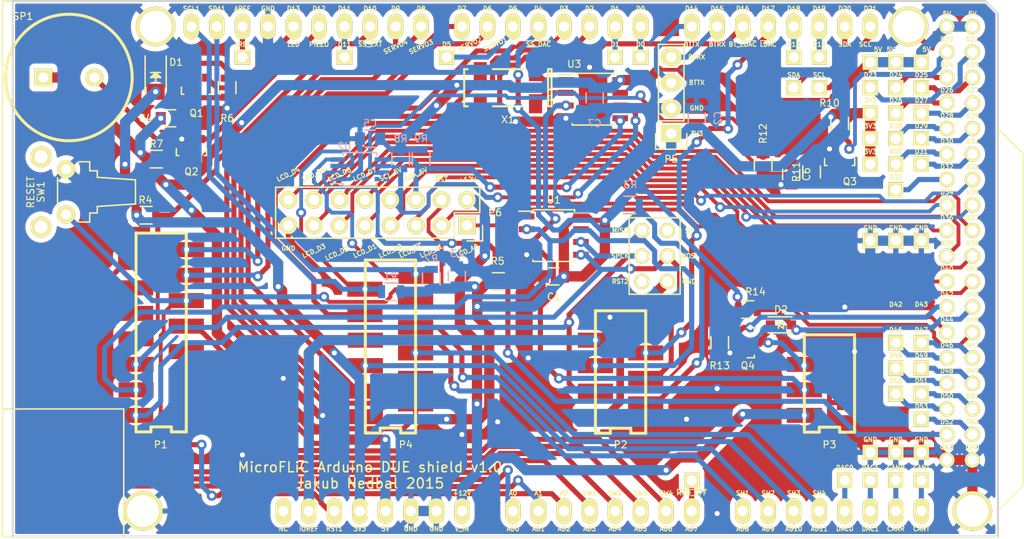
<source format=kicad_pcb>
(kicad_pcb (version 20221018) (generator pcbnew)
  (layers (0 "F.Cu" signal) (31 "B.Cu" signal) (34 "B.Paste" user) (35 "F.Paste" user) (36 "B.SilkS" user "B.Silkscreen") (37 "F.SilkS" user "F.Silkscreen") (38 "B.Mask" user) (39 "F.Mask" user) (44 "Edge.Cuts" user))
  (net 0 "")
  (net 1 "+3V3")
  (net 2 "GND")
  (net 3 "+5V")
  (net 4 "Net-(D1-Pad1)")
  (net 5 "/SW1")
  (net 6 "/MISO")
  (net 7 "/SW2")
  (net 8 "/MOSI")
  (net 9 "/SW3")
  (net 10 "/~{SS_EXT}")
  (net 11 "/SW4")
  (net 12 "/A0")
  (net 13 "/A1")
  (net 14 "/D2")
  (net 15 "/A2")
  (net 16 "/D3")
  (net 17 "GNDREF")
  (net 18 "/~{SS_DAC}")
  (net 19 "/~{LDAC}")
  (net 20 "/IOREF")
  (net 21 "+12V")
  (net 22 "+BATT")
  (net 23 "/SERVO3")
  (net 24 "/SERVO4")
  (net 25 "/SERVO1")
  (net 26 "/SERVO2")
  (net 27 "/SH3")
  (net 28 "/SH4")
  (net 29 "/SH1")
  (net 30 "/SH2")
  (net 31 "/SH_~{LDAC}")
  (net 32 "/BTTX")
  (net 33 "/BTRX")
  (net 34 "/LCDandRTC/SDA_5V")
  (net 35 "/LCDandRTC/SCL_5V")
  (net 36 "/DAC0")
  (net 37 "/DAC1")
  (net 38 "/CANR")
  (net 39 "/CANT")
  (net 40 "/D53")
  (net 41 "/D51")
  (net 42 "/D50")
  (net 43 "/D49")
  (net 44 "/D48")
  (net 45 "/D47")
  (net 46 "/D46")
  (net 47 "/AREF")
  (net 48 "/D11")
  (net 49 "/D5")
  (net 50 "/D1")
  (net 51 "/D18")
  (net 52 "/D19")
  (net 53 "/D23")
  (net 54 "/D24")
  (net 55 "/D25")
  (net 56 "/D26")
  (net 57 "/D27")
  (net 58 "/D28")
  (net 59 "/D29")
  (net 60 "/D30")
  (net 61 "/D31")
  (net 62 "/D32")
  (net 63 "/humanInterface/LED13")
  (net 64 "Net-(Q1-Pad3)")
  (net 65 "/humanInterface/PIEZO12")
  (net 66 "Net-(Q2-Pad3)")
  (net 67 "/LCDandRTC/~{I2C_EN}")
  (net 68 "Net-(Q3-Pad3)")
  (net 69 "/~{SS_NVRAM}")
  (net 70 "/LCDandRTC/LCD_D0")
  (net 71 "/LCDandRTC/LCD_D1")
  (net 72 "/LCDandRTC/LCD_D2")
  (net 73 "/LCDandRTC/LCD_D3")
  (net 74 "/LCDandRTC/LCD_D4")
  (net 75 "/LCDandRTC/LCD_D5")
  (net 76 "/LCDandRTC/LCD_D6")
  (net 77 "/LCDandRTC/LCD_D7")
  (net 78 "/LCDandRTC/~{LCD_CS}")
  (net 79 "/LCDandRTC/LCD_A1")
  (net 80 "/LCDandRTC/LCD_A0")
  (net 81 "/SPCK")
  (net 82 "/LCDandRTC/~{RST}")
  (net 83 "/D0")
  (net 84 "/LCDandRTC/X1")
  (net 85 "/LCDandRTC/X2")
  (net 86 "/MCUswitch/~{MCU_OFF}")
  (net 87 "/MCUswitch/~{SW_SENSE}")
  (net 88 "/AD7")
  (net 89 "/MCUswitch/PWR_OFF")
  (net 90 "/SDA")
  (net 91 "/SCL")
  (net 92 "/LCDandRTC/SDA1")
  (net 93 "/LCDandRTC/SCL1")
  (net 94 "/LCDandRTC/I2C_EN")
  (footprint "Capacitors_SMD:C_0805" (layer "F.Cu") (at 178.816 106.172 180)
    (fp_text reference "C1")
    (fp_text value "100n" hide)
  )
  (footprint "Capacitors_SMD:C_0805" (layer "F.Cu") (at 140.7 90.424)
    (fp_text reference "C4")
    (fp_text value "100n" hide)
  )
  (footprint "Capacitors_SMD:C_0805" (layer "F.Cu") (at 202.438 96.012 -90)
    (fp_text reference "C6")
    (fp_text value "100p" hide)
  )
  (footprint "LEDs:LED-1206" (layer "F.Cu") (at 139.192 86.36 -90)
    (fp_text reference "D1")
    (fp_text value "LED" hide)
  )
  (footprint "jakub:1-188275-4" (layer "F.Cu") (at 139.74 111.76 90)
    (fp_text reference "P1")
    (fp_text value "14-way Micro-MaTch" hide)
  )
  (footprint "jakub:7-188275-8" (layer "F.Cu") (at 185.46 115.697 90)
    (fp_text reference "P2")
    (fp_text value "8-way Micro-MaTch" hide)
  )
  (footprint "jakub:7-188275-6" (layer "F.Cu") (at 206.248 116.84 90)
    (fp_text reference "P3")
    (fp_text value "6-way Micro-MaTch" hide)
  )
  (footprint "jakub:1-188275-2" (layer "F.Cu") (at 162.56 113.157 90)
    (fp_text reference "P4")
    (fp_text value "12-way Micro-MaTch" hide)
  )
  (footprint "Socket_Strips:Socket_Strip_Straight_1x04" (layer "F.Cu") (at 190.5 91.948 90)
    (fp_text reference "P5")
    (fp_text value "1x4 socket strip R/A" hide)
  )
  (footprint "Socket_Strips:Socket_Strip_Straight_2x08" (layer "F.Cu") (at 170.18 101.092 180)
    (fp_text reference "P6")
    (fp_text value "2x8 socket strip" hide)
  )
  (footprint "jakub:PIN_ARRAY_1" (layer "F.Cu") (at 207.772 126.492)
    (fp_text reference "PP2" hide)
    (fp_text value "CONN_01X01" hide)
  )
  (footprint "jakub:PIN_ARRAY_1" (layer "F.Cu") (at 210.312 126.492)
    (fp_text reference "PP3" hide)
    (fp_text value "CONN_01X01" hide)
  )
  (footprint "jakub:PIN_ARRAY_1" (layer "F.Cu") (at 212.852 126.492)
    (fp_text reference "PP4" hide)
    (fp_text value "CONN_01X01" hide)
  )
  (footprint "jakub:PIN_ARRAY_1" (layer "F.Cu") (at 215.392 126.492)
    (fp_text reference "PP5" hide)
    (fp_text value "CONN_01X01" hide)
  )
  (footprint "jakub:PIN_ARRAY_1" (layer "F.Cu") (at 215.392 120.396)
    (fp_text reference "PP6" hide)
    (fp_text value "CONN_01X01" hide)
  )
  (footprint "jakub:PIN_ARRAY_1" (layer "F.Cu") (at 215.392 117.856)
    (fp_text reference "PP7" hide)
    (fp_text value "CONN_01X01" hide)
  )
  (footprint "jakub:PIN_ARRAY_1" (layer "F.Cu") (at 212.852 117.856)
    (fp_text reference "PP8" hide)
    (fp_text value "CONN_01X01" hide)
  )
  (footprint "jakub:PIN_ARRAY_1" (layer "F.Cu") (at 215.392 115.316)
    (fp_text reference "PP9" hide)
    (fp_text value "CONN_01X01" hide)
  )
  (footprint "jakub:PIN_ARRAY_1" (layer "F.Cu") (at 212.852 115.316)
    (fp_text reference "PP10" hide)
    (fp_text value "CONN_01X01" hide)
  )
  (footprint "jakub:PIN_ARRAY_1" (layer "F.Cu") (at 215.392 112.776)
    (fp_text reference "PP11" hide)
    (fp_text value "CONN_01X01" hide)
  )
  (footprint "jakub:PIN_ARRAY_1" (layer "F.Cu") (at 212.852 112.776)
    (fp_text reference "PP12" hide)
    (fp_text value "CONN_01X01" hide)
  )
  (footprint "jakub:PIN_ARRAY_1" (layer "F.Cu") (at 147.828 84.328)
    (fp_text reference "PP13" hide)
    (fp_text value "CONN_01X01" hide)
  )
  (footprint "jakub:PIN_ARRAY_1" (layer "F.Cu") (at 157.988 84.328)
    (fp_text reference "PP14" hide)
    (fp_text value "CONN_01X01" hide)
  )
  (footprint "jakub:PIN_ARRAY_1" (layer "F.Cu") (at 168.148 84.328)
    (fp_text reference "PP15" hide)
    (fp_text value "CONN_01X01" hide)
  )
  (footprint "jakub:PIN_ARRAY_1" (layer "F.Cu") (at 184.912 84.328)
    (fp_text reference "PP16" hide)
    (fp_text value "CONN_01X01" hide)
  )
  (footprint "jakub:PIN_ARRAY_1" (layer "F.Cu") (at 187.452 84.328)
    (fp_text reference "PP17" hide)
    (fp_text value "CONN_01X01" hide)
  )
  (footprint "jakub:PIN_ARRAY_1" (layer "F.Cu") (at 202.692 84.328)
    (fp_text reference "PP18" hide)
    (fp_text value "CONN_01X01" hide)
  )
  (footprint "jakub:PIN_ARRAY_1" (layer "F.Cu") (at 205.232 84.328)
    (fp_text reference "PP19" hide)
    (fp_text value "CONN_01X01" hide)
  )
  (footprint "jakub:PIN_ARRAY_1" (layer "F.Cu") (at 210.312 87.376)
    (fp_text reference "PP22" hide)
    (fp_text value "CONN_01X01" hide)
  )
  (footprint "jakub:PIN_ARRAY_1" (layer "F.Cu") (at 212.852 87.376)
    (fp_text reference "PP23" hide)
    (fp_text value "CONN_01X01" hide)
  )
  (footprint "jakub:PIN_ARRAY_1" (layer "F.Cu") (at 215.392 87.376)
    (fp_text reference "PP24" hide)
    (fp_text value "CONN_01X01" hide)
  )
  (footprint "jakub:PIN_ARRAY_1" (layer "F.Cu") (at 212.852 89.916)
    (fp_text reference "PP25" hide)
    (fp_text value "CONN_01X01" hide)
  )
  (footprint "jakub:PIN_ARRAY_1" (layer "F.Cu") (at 215.392 89.916)
    (fp_text reference "PP26" hide)
    (fp_text value "CONN_01X01" hide)
  )
  (footprint "jakub:PIN_ARRAY_1" (layer "F.Cu") (at 212.852 92.456)
    (fp_text reference "PP27" hide)
    (fp_text value "CONN_01X01" hide)
  )
  (footprint "jakub:PIN_ARRAY_1" (layer "F.Cu") (at 215.392 92.456)
    (fp_text reference "PP28" hide)
    (fp_text value "CONN_01X01" hide)
  )
  (footprint "jakub:PIN_ARRAY_1" (layer "F.Cu") (at 212.852 94.996)
    (fp_text reference "PP29" hide)
    (fp_text value "CONN_01X01" hide)
  )
  (footprint "jakub:PIN_ARRAY_1" (layer "F.Cu") (at 215.392 94.996)
    (fp_text reference "PP30" hide)
    (fp_text value "CONN_01X01" hide)
  )
  (footprint "jakub:PIN_ARRAY_1" (layer "F.Cu") (at 212.852 97.536)
    (fp_text reference "PP31" hide)
    (fp_text value "CONN_01X01" hide)
  )
  (footprint "jakub:PIN_ARRAY_1" (layer "F.Cu") (at 210.312 89.916)
    (fp_text reference "PP32" hide)
    (fp_text value "CONN_01X01" hide)
  )
  (footprint "jakub:PIN_ARRAY_1" (layer "F.Cu") (at 210.312 94.996)
    (fp_text reference "PP34" hide)
    (fp_text value "CONN_01X01" hide)
  )
  (footprint "jakub:PIN_ARRAY_1" (layer "F.Cu") (at 210.312 92.456)
    (fp_text reference "PP33" hide)
    (fp_text value "CONN_01X01" hide)
  )
  (footprint "jakub:PIN_ARRAY_1" (layer "F.Cu") (at 210.312 84.836)
    (fp_text reference "PP35" hide)
    (fp_text value "CONN_01X01" hide)
  )
  (footprint "jakub:PIN_ARRAY_1" (layer "F.Cu") (at 212.852 84.836)
    (fp_text reference "PP36" hide)
    (fp_text value "CONN_01X01" hide)
  )
  (footprint "jakub:PIN_ARRAY_1" (layer "F.Cu") (at 215.392 84.836)
    (fp_text reference "PP37" hide)
    (fp_text value "CONN_01X01" hide)
  )
  (footprint "jakub:PIN_ARRAY_1" (layer "F.Cu") (at 212.852 102.616)
    (fp_text reference "PP39" hide)
    (fp_text value "CONN_01X01" hide)
  )
  (footprint "jakub:PIN_ARRAY_1" (layer "F.Cu") (at 215.392 102.616)
    (fp_text reference "PP40" hide)
    (fp_text value "CONN_01X01" hide)
  )
  (footprint "jakub:PIN_ARRAY_1" (layer "F.Cu") (at 210.312 102.616)
    (fp_text reference "PP38" hide)
    (fp_text value "CONN_01X01" hide)
  )
  (footprint "TO_SOT_Packages_SMD:SOT-23" (layer "F.Cu") (at 143.256 87.376 180)
    (fp_text reference "Q1")
    (fp_text value "TSM2314" hide)
  )
  (footprint "TO_SOT_Packages_SMD:SOT-23" (layer "F.Cu") (at 142.748 93.48978 180)
    (fp_text reference "Q2")
    (fp_text value "TSM2314" hide)
  )
  (footprint "TO_SOT_Packages_SMD:SOT-23" (layer "F.Cu") (at 207.264 94.47276 180)
    (fp_text reference "Q3")
    (fp_text value "TSM2314" hide)
  )
  (footprint "Resistors_SMD:R_0805" (layer "F.Cu") (at 138.242 100.076)
    (fp_text reference "R4")
    (fp_text value "100k" hide)
  )
  (footprint "Resistors_SMD:R_0805" (layer "F.Cu") (at 173.294 106.68)
    (fp_text reference "R5")
    (fp_text value "100k" hide)
  )
  (footprint "Resistors_SMD:R_0805" (layer "F.Cu") (at 146.304 87.376 -90)
    (fp_text reference "R6")
    (fp_text value "1k5" hide)
  )
  (footprint "Resistors_SMD:R_0805" (layer "F.Cu") (at 139.258 94.488)
    (fp_text reference "R7")
    (fp_text value "1k5" hide)
  )
  (footprint "Resistors_SMD:R_0805" (layer "F.Cu") (at 207.264 90.932 90)
    (fp_text reference "R10")
    (fp_text value "100k" hide)
  )
  (footprint "Resistors_SMD:R_0805" (layer "F.Cu") (at 204.47 95.758 90)
    (fp_text reference "R11")
    (fp_text value "100k" hide)
  )
  (footprint "Resistors_SMD:R_0805" (layer "F.Cu") (at 199.644 94.996 90)
    (fp_text reference "R12")
    (fp_text value "100k" hide)
  )
  (footprint "jakub:ARDUINO_DUE" (layer "F.Cu") (at 123.952 132.08)
    (fp_text reference "A1" hide)
    (fp_text value "Arduino DUE" hide)
  )
  (footprint "jakub:piezo" (layer "F.Cu") (at 130.556 86.36)
    (fp_text reference "SP1")
    (fp_text value "Piezo sounder" hide)
  )
  (footprint "Housings_SOIC:SOIC-8_3.9x4.9mm_Pitch1.27mm" (layer "F.Cu") (at 178.816 102.108)
    (fp_text reference "U1")
    (fp_text value "23LCV1024" hide)
  )
  (footprint "Housings_SOIC:SOIC-8_3.9x4.9mm_Pitch1.27mm" (layer "F.Cu") (at 182.72 88.519)
    (fp_text reference "U3")
    (fp_text value "DS1338" hide)
  )
  (footprint "jakub:Crystal_8.7*3.7mm" (layer "F.Cu") (at 174.244 87.376 180)
    (fp_text reference "X1")
    (fp_text value "32.768kHz" hide)
  )
  (footprint "jakub:tactileSwitchRA" (layer "F.Cu") (at 129.032 97.754 -90)
    (fp_text reference "SW1")
    (fp_text value "Tactile switch R/A" hide)
  )
  (footprint "jakub:PIN_ARRAY_1" (layer "F.Cu") (at 210.312 123.698)
    (fp_text reference "PP41" hide)
    (fp_text value "CONN_01X01" hide)
  )
  (footprint "jakub:PIN_ARRAY_1" (layer "F.Cu") (at 212.852 123.698)
    (fp_text reference "PP42" hide)
    (fp_text value "CONN_01X01" hide)
  )
  (footprint "jakub:PIN_ARRAY_1" (layer "F.Cu") (at 215.392 123.698)
    (fp_text reference "PP43" hide)
    (fp_text value "CONN_01X01" hide)
  )
  (footprint "jakub:PIN_ARRAY_1" (layer "F.Cu") (at 192.532 126.492)
    (fp_text reference "PP1" hide)
    (fp_text value "CONN_01X01" hide)
  )
  (footprint "TO_SOT_Packages_SMD:SOT-23" (layer "F.Cu") (at 198.12 112.776 -90)
    (fp_text reference "Q4")
    (fp_text value "TSM2314" hide)
  )
  (footprint "Resistors_SMD:R_0805" (layer "F.Cu") (at 195.326 112.776 -90)
    (fp_text reference "R13")
    (fp_text value "100k" hide)
  )
  (footprint "Resistors_SMD:R_0805" (layer "F.Cu") (at 198.12 109.474)
    (fp_text reference "R14")
    (fp_text value "100k" hide)
  )
  (footprint "jakub:SOD-323" (layer "F.Cu") (at 201.422 110.998)
    (fp_text reference "D2")
    (fp_text value "1N4148")
  )
  (footprint "jakub:PIN_ARRAY_1" (layer "F.Cu") (at 205.232 87.376)
    (fp_text reference "PP21" hide)
    (fp_text value "CONN_01X01" hide)
  )
  (footprint "jakub:PIN_ARRAY_1" (layer "F.Cu") (at 202.692 87.376)
    (fp_text reference "PP20" hide)
    (fp_text value "CONN_01X01" hide)
  )
  (footprint "Capacitors_SMD:C_0805" (layer "B.Cu") (at 193.04 90.408 90)
    (fp_text reference "C2")
    (fp_text value "100n" hide)
  )
  (footprint "Capacitors_SMD:C_0805" (layer "B.Cu") (at 169.164 106.172 90)
    (fp_text reference "C3")
    (fp_text value "100n" hide)
  )
  (footprint "Capacitors_SMD:C_0805" (layer "B.Cu") (at 160.528 92.456 180)
    (fp_text reference "C5")
    (fp_text value "100n" hide)
  )
  (footprint "Capacitors_SMD:C_0805" (layer "B.Cu") (at 182.88 88.392 -90)
    (fp_text reference "C7")
    (fp_text value "100n" hide)
  )
  (footprint "Resistors_SMD:R_0805" (layer "B.Cu") (at 162.626 107.696 180)
    (fp_text reference "R1")
    (fp_text value "1k5" hide)
  )
  (footprint "Resistors_SMD:R_0805" (layer "B.Cu") (at 166.624 106.426 90)
    (fp_text reference "R2")
    (fp_text value "1k5" hide)
  )
  (footprint "Resistors_SMD:R_0805" (layer "B.Cu") (at 186.37 99.06)
    (fp_text reference "R3")
    (fp_text value "100k" hide)
  )
  (footprint "Resistors_SMD:R_0805" (layer "B.Cu") (at 163.576 94.488 90)
    (fp_text reference "R8")
    (fp_text value "1k5" hide)
  )
  (footprint "Resistors_SMD:R_0805" (layer "B.Cu") (at 165.608 94.488 90)
    (fp_text reference "R9")
    (fp_text value "1k5" hide)
  )
  (footprint "Housings_SSOP:MSOP-8_3x3mm_Pitch0.65mm" (layer "B.Cu") (at 159.512 95.504)
    (fp_text reference "U2")
    (fp_text value "PCA9306" hide)
  )
  (gr_line (start 221.742 78.74) (end 223.012 80.01) (stroke (width 0.2)) (layer "Edge.Cuts"))
  (gr_line (start 124.968 78.74) (end 221.742 78.74) (stroke (width 0.2)) (layer "Edge.Cuts"))
  (gr_line (start 223.012 80.01) (end 223.012 132.08) (stroke (width 0.2)) (layer "Edge.Cuts"))
  (gr_line (start 124.968 132.08) (end 124.968 78.74) (stroke (width 0.2)) (layer "Edge.Cuts"))
  (gr_line (start 223.012 132.08) (end 124.968 132.08) (stroke (width 0.2)) (layer "Edge.Cuts"))
  (gr_text "3V3" (at 210.312 91.186) (layer "F.SilkS") (effects (font (size 0.45 0.45) (thickness 0.1))))
  (gr_text "3V3" (at 210.312 88.646) (layer "F.SilkS") (effects (font (size 0.45 0.45) (thickness 0.1))))
  (gr_text "D23" (at 210.312 86.106) (layer "F.SilkS") (effects (font (size 0.45 0.45) (thickness 0.1))))
  (gr_text "5V" (at 211.074 83.566) (layer "F.SilkS") (effects (font (size 0.45 0.45) (thickness 0.1))))
  (gr_text "5V" (at 212.344 83.566) (layer "F.SilkS") (effects (font (size 0.45 0.45) (thickness 0.1))))
  (gr_text "5V" (at 215.9 83.566) (layer "F.SilkS") (effects (font (size 0.45 0.45) (thickness 0.1))))
  (gr_text "D24" (at 212.852 86.106) (layer "F.SilkS") (effects (font (size 0.45 0.45) (thickness 0.1))))
  (gr_text "D25" (at 215.392 86.106) (layer "F.SilkS") (effects (font (size 0.45 0.45) (thickness 0.1))))
  (gr_text "D26" (at 212.852 88.646) (layer "F.SilkS") (effects (font (size 0.45 0.45) (thickness 0.1))))
  (gr_text "D27" (at 215.392 88.646) (layer "F.SilkS") (effects (font (size 0.45 0.45) (thickness 0.1))))
  (gr_text "D29" (at 215.392 91.186) (layer "F.SilkS") (effects (font (size 0.45 0.45) (thickness 0.1))))
  (gr_text "D28" (at 212.852 91.186) (layer "F.SilkS") (effects (font (size 0.45 0.45) (thickness 0.1))))
  (gr_text "D30" (at 212.852 93.726) (layer "F.SilkS") (effects (font (size 0.45 0.45) (thickness 0.1))))
  (gr_text "D31" (at 215.392 93.726) (layer "F.SilkS") (effects (font (size 0.45 0.45) (thickness 0.1))))
  (gr_text "D32" (at 212.852 96.266) (layer "F.SilkS") (effects (font (size 0.45 0.45) (thickness 0.1))))
  (gr_text "GND" (at 210.312 101.346) (layer "F.SilkS") (effects (font (size 0.45 0.45) (thickness 0.1))))
  (gr_text "GND" (at 212.852 101.346) (layer "F.SilkS") (effects (font (size 0.45 0.45) (thickness 0.1))))
  (gr_text "GND" (at 215.392 101.346) (layer "F.SilkS") (effects (font (size 0.45 0.45) (thickness 0.1))))
  (gr_text "D42" (at 212.852 108.966) (layer "F.SilkS") (effects (font (size 0.45 0.45) (thickness 0.1))))
  (gr_text "D43" (at 215.392 108.966) (layer "F.SilkS") (effects (font (size 0.45 0.45) (thickness 0.1))))
  (gr_text "D47" (at 215.392 111.506) (layer "F.SilkS") (effects (font (size 0.45 0.45) (thickness 0.1))))
  (gr_text "D46" (at 212.852 111.506) (layer "F.SilkS") (effects (font (size 0.45 0.45) (thickness 0.1))))
  (gr_text "D49" (at 215.392 114.046) (layer "F.SilkS") (effects (font (size 0.45 0.45) (thickness 0.1))))
  (gr_text "D48" (at 212.852 114.046) (layer "F.SilkS") (effects (font (size 0.45 0.45) (thickness 0.1))))
  (gr_text "D50" (at 212.852 116.586) (layer "F.SilkS") (effects (font (size 0.45 0.45) (thickness 0.1))))
  (gr_text "D51" (at 215.392 116.586) (layer "F.SilkS") (effects (font (size 0.45 0.45) (thickness 0.1))))
  (gr_text "D53" (at 215.392 119.126) (layer "F.SilkS") (effects (font (size 0.45 0.45) (thickness 0.1))))
  (gr_text "DAC0" (at 207.772 125.222) (layer "F.SilkS") (effects (font (size 0.45 0.45) (thickness 0.1))))
  (gr_text "DAC1" (at 210.312 125.222) (layer "F.SilkS") (effects (font (size 0.45 0.45) (thickness 0.1))))
  (gr_text "CANR" (at 212.852 125.222) (layer "F.SilkS") (effects (font (size 0.45 0.45) (thickness 0.1))))
  (gr_text "CANT" (at 215.392 125.222) (layer "F.SilkS") (effects (font (size 0.45 0.45) (thickness 0.1))))
  (gr_text "D1" (at 184.912 83.058) (layer "F.SilkS") (effects (font (size 0.45 0.45) (thickness 0.1))))
  (gr_text "D19" (at 205.232 83.058) (layer "F.SilkS") (effects (font (size 0.45 0.45) (thickness 0.1))))
  (gr_text "D0" (at 187.452 83.058) (layer "F.SilkS") (effects (font (size 0.45 0.45) (thickness 0.1))))
  (gr_text "D5" (at 168.148 83.058) (layer "F.SilkS") (effects (font (size 0.45 0.45) (thickness 0.1))))
  (gr_text "D11" (at 157.988 83.058) (layer "F.SilkS") (effects (font (size 0.45 0.45) (thickness 0.1))))
  (gr_text "AREF" (at 147.828 83.058) (layer "F.SilkS") (effects (font (size 0.45 0.45) (thickness 0.1))))
  (gr_text "GND" (at 210.312 122.428) (layer "F.SilkS") (effects (font (size 0.45 0.45) (thickness 0.1))))
  (gr_text "GND" (at 212.852 122.428) (layer "F.SilkS") (effects (font (size 0.45 0.45) (thickness 0.1))))
  (gr_text "GND" (at 215.392 122.428) (layer "F.SilkS") (effects (font (size 0.45 0.45) (thickness 0.1))))
  (gr_text "SCL1" (at 142.748 79.502) (layer "F.SilkS") (effects (font (size 0.45 0.45) (thickness 0.1))))
  (gr_text "SDA1" (at 145.288 79.502) (layer "F.SilkS") (effects (font (size 0.45 0.45) (thickness 0.1))))
  (gr_text "AREF" (at 147.828 79.502) (layer "F.SilkS") (effects (font (size 0.45 0.45) (thickness 0.1))))
  (gr_text "RESET" (at 126.746 97.79 90) (layer "F.SilkS") (effects (font (size 0.7 0.7) (thickness 0.11))))
  (gr_text "GND" (at 150.368 79.502) (layer "F.SilkS") (effects (font (size 0.45 0.45) (thickness 0.1))))
  (gr_text "D13" (at 152.908 79.502) (layer "F.SilkS") (effects (font (size 0.45 0.45) (thickness 0.1))))
  (gr_text "D12" (at 155.448 79.502) (layer "F.SilkS") (effects (font (size 0.45 0.45) (thickness 0.1))))
  (gr_text "D11" (at 157.988 79.502) (layer "F.SilkS") (effects (font (size 0.45 0.45) (thickness 0.1))))
  (gr_text "D10" (at 160.528 79.502) (layer "F.SilkS") (effects (font (size 0.45 0.45) (thickness 0.1))))
  (gr_text "D9" (at 163.068 79.502) (layer "F.SilkS") (effects (font (size 0.45 0.45) (thickness 0.1))))
  (gr_text "D8" (at 165.608 79.502) (layer "F.SilkS") (effects (font (size 0.45 0.45) (thickness 0.1))))
  (gr_text "D7" (at 169.672 79.502) (layer "F.SilkS") (effects (font (size 0.45 0.45) (thickness 0.1))))
  (gr_text "D6" (at 172.212 79.502) (layer "F.SilkS") (effects (font (size 0.45 0.45) (thickness 0.1))))
  (gr_text "D5" (at 174.752 79.502) (layer "F.SilkS") (effects (font (size 0.45 0.45) (thickness 0.1))))
  (gr_text "D4" (at 177.292 79.502) (layer "F.SilkS") (effects (font (size 0.45 0.45) (thickness 0.1))))
  (gr_text "D3" (at 179.832 79.502) (layer "F.SilkS") (effects (font (size 0.45 0.45) (thickness 0.1))))
  (gr_text "D2" (at 182.372 79.502) (layer "F.SilkS") (effects (font (size 0.45 0.45) (thickness 0.1))))
  (gr_text "D1" (at 184.912 79.502) (layer "F.SilkS") (effects (font (size 0.45 0.45) (thickness 0.1))))
  (gr_text "D0" (at 187.452 79.502) (layer "F.SilkS") (effects (font (size 0.45 0.45) (thickness 0.1))))
  (gr_text "D14" (at 192.532 79.502) (layer "F.SilkS") (effects (font (size 0.45 0.45) (thickness 0.1))))
  (gr_text "D15" (at 195.072 79.502) (layer "F.SilkS") (effects (font (size 0.45 0.45) (thickness 0.1))))
  (gr_text "D16" (at 197.612 79.502) (layer "F.SilkS") (effects (font (size 0.45 0.45) (thickness 0.1))))
  (gr_text "D17" (at 200.152 79.502) (layer "F.SilkS") (effects (font (size 0.45 0.45) (thickness 0.1))))
  (gr_text "D18" (at 202.692 79.502) (layer "F.SilkS") (effects (font (size 0.45 0.45) (thickness 0.1))))
  (gr_text "D19" (at 205.232 79.502) (layer "F.SilkS") (effects (font (size 0.45 0.45) (thickness 0.1))))
  (gr_text "D20" (at 207.772 79.502) (layer "F.SilkS") (effects (font (size 0.45 0.45) (thickness 0.1))))
  (gr_text "D21" (at 210.312 79.502) (layer "F.SilkS") (effects (font (size 0.45 0.45) (thickness 0.1))))
  (gr_text "5V" (at 217.932 80.01) (layer "F.SilkS") (effects (font (size 0.45 0.45) (thickness 0.1))))
  (gr_text "5V" (at 220.472 80.01) (layer "F.SilkS") (effects (font (size 0.45 0.45) (thickness 0.1))))
  (gr_text "D22" (at 217.932 82.55) (layer "F.SilkS") (effects (font (size 0.45 0.45) (thickness 0.1))))
  (gr_text "D21" (at 220.472 82.55) (layer "F.SilkS") (effects (font (size 0.45 0.45) (thickness 0.1))))
  (gr_text "D24" (at 217.932 85.09) (layer "F.SilkS") (effects (font (size 0.45 0.45) (thickness 0.1))))
  (gr_text "D25" (at 220.472 85.09) (layer "F.SilkS") (effects (font (size 0.45 0.45) (thickness 0.1))))
  (gr_text "D26" (at 217.932 87.63) (layer "F.SilkS") (effects (font (size 0.45 0.45) (thickness 0.1))))
  (gr_text "D27" (at 220.472 87.63) (layer "F.SilkS") (effects (font (size 0.45 0.45) (thickness 0.1))))
  (gr_text "D28" (at 217.932 90.17) (layer "F.SilkS") (effects (font (size 0.45 0.45) (thickness 0.1))))
  (gr_text "D29" (at 220.472 90.17) (layer "F.SilkS") (effects (font (size 0.45 0.45) (thickness 0.1))))
  (gr_text "D30" (at 217.932 92.71) (layer "F.SilkS") (effects (font (size 0.45 0.45) (thickness 0.1))))
  (gr_text "D31" (at 220.472 92.71) (layer "F.SilkS") (effects (font (size 0.45 0.45) (thickness 0.1))))
  (gr_text "D32" (at 217.932 95.25) (layer "F.SilkS") (effects (font (size 0.45 0.45) (thickness 0.1))))
  (gr_text "D33" (at 220.472 95.25) (layer "F.SilkS") (effects (font (size 0.45 0.45) (thickness 0.1))))
  (gr_text "D34" (at 217.932 97.79) (layer "F.SilkS") (effects (font (size 0.45 0.45) (thickness 0.1))))
  (gr_text "D35" (at 220.472 97.79) (layer "F.SilkS") (effects (font (size 0.45 0.45) (thickness 0.1))))
  (gr_text "D36" (at 217.932 100.33) (layer "F.SilkS") (effects (font (size 0.45 0.45) (thickness 0.1))))
  (gr_text "D37" (at 220.472 100.33) (layer "F.SilkS") (effects (font (size 0.45 0.45) (thickness 0.1))))
  (gr_text "D38" (at 217.932 102.87) (layer "F.SilkS") (effects (font (size 0.45 0.45) (thickness 0.1))))
  (gr_text "D39" (at 220.472 102.87) (layer "F.SilkS") (effects (font (size 0.45 0.45) (thickness 0.1))))
  (gr_text "D40" (at 217.932 105.41) (layer "F.SilkS") (effects (font (size 0.45 0.45) (thickness 0.1))))
  (gr_text "D41" (at 220.472 105.41) (layer "F.SilkS") (effects (font (size 0.45 0.45) (thickness 0.1))))
  (gr_text "D42" (at 217.932 107.95) (layer "F.SilkS") (effects (font (size 0.45 0.45) (thickness 0.1))))
  (gr_text "D43" (at 220.472 107.95) (layer "F.SilkS") (effects (font (size 0.45 0.45) (thickness 0.1))))
  (gr_text "D44" (at 217.932 110.49) (layer "F.SilkS") (effects (font (size 0.45 0.45) (thickness 0.1))))
  (gr_text "D45" (at 220.472 110.49) (layer "F.SilkS") (effects (font (size 0.45 0.45) (thickness 0.1))))
  (gr_text "D46" (at 217.932 113.03) (layer "F.SilkS") (effects (font (size 0.45 0.45) (thickness 0.1))))
  (gr_text "D47" (at 220.472 113.03) (layer "F.SilkS") (effects (font (size 0.45 0.45) (thickness 0.1))))
  (gr_text "D48" (at 217.932 115.57) (layer "F.SilkS") (effects (font (size 0.45 0.45) (thickness 0.1))))
  (gr_text "D49" (at 220.472 115.57) (layer "F.SilkS") (effects (font (size 0.45 0.45) (thickness 0.1))))
  (gr_text "D50" (at 217.932 118.11) (layer "F.SilkS") (effects (font (size 0.45 0.45) (thickness 0.1))))
  (gr_text "D51" (at 220.472 118.11) (layer "F.SilkS") (effects (font (size 0.45 0.45) (thickness 0.1))))
  (gr_text "D53" (at 220.472 120.65) (layer "F.SilkS") (effects (font (size 0.45 0.45) (thickness 0.1))))
  (gr_text "D52" (at 217.932 120.65) (layer "F.SilkS") (effects (font (size 0.45 0.45) (thickness 0.1))))
  (gr_text "GND" (at 217.932 123.19) (layer "F.SilkS") (effects (font (size 0.45 0.45) (thickness 0.1))))
  (gr_text "GND" (at 220.472 123.19) (layer "F.SilkS") (effects (font (size 0.45 0.45) (thickness 0.1))))
  (gr_text "CANT" (at 215.392 131.318) (layer "F.SilkS") (effects (font (size 0.45 0.45) (thickness 0.1))))
  (gr_text "CANR" (at 212.852 131.318) (layer "F.SilkS") (effects (font (size 0.45 0.45) (thickness 0.1))))
  (gr_text "DAC1" (at 210.312 131.318) (layer "F.SilkS") (effects (font (size 0.45 0.45) (thickness 0.1))))
  (gr_text "DAC0" (at 207.772 131.318) (layer "F.SilkS") (effects (font (size 0.45 0.45) (thickness 0.1))))
  (gr_text "AD11" (at 205.232 131.318) (layer "F.SilkS") (effects (font (size 0.45 0.45) (thickness 0.1))))
  (gr_text "AD10" (at 202.692 131.318) (layer "F.SilkS") (effects (font (size 0.45 0.45) (thickness 0.1))))
  (gr_text "AD9" (at 200.152 131.318) (layer "F.SilkS") (effects (font (size 0.45 0.45) (thickness 0.1))))
  (gr_text "AD8" (at 197.612 131.318) (layer "F.SilkS") (effects (font (size 0.45 0.45) (thickness 0.1))))
  (gr_text "AD7" (at 192.532 131.318) (layer "F.SilkS") (effects (font (size 0.45 0.45) (thickness 0.1))))
  (gr_text "AD6" (at 189.992 131.318) (layer "F.SilkS") (effects (font (size 0.45 0.45) (thickness 0.1))))
  (gr_text "AD5" (at 187.452 131.318) (layer "F.SilkS") (effects (font (size 0.45 0.45) (thickness 0.1))))
  (gr_text "AD4" (at 184.912 131.318) (layer "F.SilkS") (effects (font (size 0.45 0.45) (thickness 0.1))))
  (gr_text "AD3" (at 182.372 131.318) (layer "F.SilkS") (effects (font (size 0.45 0.45) (thickness 0.1))))
  (gr_text "AD2" (at 179.832 131.318) (layer "F.SilkS") (effects (font (size 0.45 0.45) (thickness 0.1))))
  (gr_text "AD1" (at 177.292 131.318) (layer "F.SilkS") (effects (font (size 0.45 0.45) (thickness 0.1))))
  (gr_text "AD0" (at 174.752 131.318) (layer "F.SilkS") (effects (font (size 0.45 0.45) (thickness 0.1))))
  (gr_text "V_IN" (at 169.672 131.318) (layer "F.SilkS") (effects (font (size 0.45 0.45) (thickness 0.1))))
  (gr_text "GND" (at 167.132 131.318) (layer "F.SilkS") (effects (font (size 0.45 0.45) (thickness 0.1))))
  (gr_text "GND" (at 164.592 131.318) (layer "F.SilkS") (effects (font (size 0.45 0.45) (thickness 0.1))))
  (gr_text "5V" (at 162.052 131.318) (layer "F.SilkS") (effects (font (size 0.45 0.45) (thickness 0.1))))
  (gr_text "3V3" (at 159.512 131.318) (layer "F.SilkS") (effects (font (size 0.45 0.45) (thickness 0.1))))
  (gr_text "RST1" (at 156.972 131.318) (layer "F.SilkS") (effects (font (size 0.45 0.45) (thickness 0.1))))
  (gr_text "IOREF" (at 154.432 131.318) (layer "F.SilkS") (effects (font (size 0.45 0.45) (thickness 0.1))))
  (gr_text "NC" (at 151.892 131.318) (layer "F.SilkS") (effects (font (size 0.45 0.45) (thickness 0.1))))
  (gr_text "SH4" (at 205.232 127.762) (layer "F.SilkS") (effects (font (size 0.45 0.45) (thickness 0.1))))
  (gr_text "SH3" (at 202.692 127.762) (layer "F.SilkS") (effects (font (size 0.45 0.45) (thickness 0.1))))
  (gr_text "SH2" (at 200.152 127.762) (layer "F.SilkS") (effects (font (size 0.45 0.45) (thickness 0.1))))
  (gr_text "SH1" (at 197.612 127.762) (layer "F.SilkS") (effects (font (size 0.45 0.45) (thickness 0.1))))
  (gr_text "~{MCU_OFF}" (at 192.532 127.762) (layer "F.SilkS") (effects (font (size 0.45 0.45) (thickness 0.1))))
  (gr_text "SW4" (at 189.992 127.762) (layer "F.SilkS") (effects (font (size 0.45 0.45) (thickness 0.1))))
  (gr_text "SW3" (at 187.452 127.762) (layer "F.SilkS") (effects (font (size 0.45 0.45) (thickness 0.1))))
  (gr_text "SW2" (at 184.912 127.762) (layer "F.SilkS") (effects (font (size 0.45 0.45) (thickness 0.1))))
  (gr_text "SW1" (at 182.372 127.762) (layer "F.SilkS") (effects (font (size 0.45 0.45) (thickness 0.1))))
  (gr_text "A2" (at 179.832 127.762) (layer "F.SilkS") (effects (font (size 0.45 0.45) (thickness 0.1))))
  (gr_text "A1" (at 177.292 127.762) (layer "F.SilkS") (effects (font (size 0.45 0.45) (thickness 0.1))))
  (gr_text "A0" (at 174.752 127.762) (layer "F.SilkS") (effects (font (size 0.45 0.45) (thickness 0.1))))
  (gr_text "LCD_D4" (at 152.4 96.012 25) (layer "F.SilkS") (effects (font (size 0.45 0.45) (thickness 0.1))))
  (gr_text "LCD_D5" (at 154.94 96.012 25) (layer "F.SilkS") (effects (font (size 0.45 0.45) (thickness 0.1))))
  (gr_text "LCD_D6" (at 157.48 96.012 25) (layer "F.SilkS") (effects (font (size 0.45 0.45) (thickness 0.1))))
  (gr_text "LCD_D7" (at 160.02 96.012 25) (layer "F.SilkS") (effects (font (size 0.45 0.45) (thickness 0.1))))
  (gr_text "+12V" (at 170.18 96.52) (layer "F.SilkS") (effects (font (size 0.45 0.45) (thickness 0.1))))
  (gr_text "~{RST}" (at 167.64 96.52) (layer "F.SilkS") (effects (font (size 0.45 0.45) (thickness 0.1))))
  (gr_text "+12V" (at 169.672 127.762) (layer "F.SilkS") (effects (font (size 0.45 0.45) (thickness 0.1))))
  (gr_text "SCL_5V" (at 162.56 96.012 25) (layer "F.SilkS") (effects (font (size 0.45 0.45) (thickness 0.1))))
  (gr_text "SDA_5V" (at 165.1 96.012 25) (layer "F.SilkS") (effects (font (size 0.45 0.45) (thickness 0.1))))
  (gr_text "LCD_A0" (at 170.18 103.632 25) (layer "F.SilkS") (effects (font (size 0.45 0.45) (thickness 0.1))))
  (gr_text "LCD_A1" (at 166.624 103.632 25) (layer "F.SilkS") (effects (font (size 0.45 0.45) (thickness 0.1))))
  (gr_text "~{LCD_CS}" (at 164.592 103.632 25) (layer "F.SilkS") (effects (font (size 0.45 0.45) (thickness 0.1))))
  (gr_text "LCD_D0" (at 162.56 103.632 25) (layer "F.SilkS") (effects (font (size 0.45 0.45) (thickness 0.1))))
  (gr_text "LCD_D1" (at 160.02 103.632 25) (layer "F.SilkS") (effects (font (size 0.45 0.45) (thickness 0.1))))
  (gr_text "LCD_D2" (at 157.226 103.886 25) (layer "F.SilkS") (effects (font (size 0.45 0.45) (thickness 0.1))))
  (gr_text "LCD_D3" (at 154.94 103.632 25) (layer "F.SilkS") (effects (font (size 0.45 0.45) (thickness 0.1))))
  (gr_text "GND" (at 152.4 103.378) (layer "F.SilkS") (effects (font (size 0.45 0.45) (thickness 0.1))))
  (gr_text "5V" (at 192.278 101.6) (layer "F.SilkS") (effects (font (size 0.45 0.45) (thickness 0.1))))
  (gr_text "MOSI" (at 192.278 104.14) (layer "F.SilkS") (effects (font (size 0.45 0.45) (thickness 0.1))))
  (gr_text "GND" (at 192.278 106.68) (layer "F.SilkS") (effects (font (size 0.45 0.45) (thickness 0.1))))
  (gr_text "RST2" (at 185.42 106.68) (layer "F.SilkS") (effects (font (size 0.45 0.45) (thickness 0.1))))
  (gr_text "SPCK" (at 185.42 104.14) (layer "F.SilkS") (effects (font (size 0.45 0.45) (thickness 0.1))))
  (gr_text "MISO" (at 185.42 101.6) (layer "F.SilkS") (effects (font (size 0.45 0.45) (thickness 0.1))))
  (gr_text "3V3" (at 193.04 91.948) (layer "F.SilkS") (effects (font (size 0.45 0.45) (thickness 0.1))))
  (gr_text "GND" (at 193.04 89.408) (layer "F.SilkS") (effects (font (size 0.45 0.45) (thickness 0.1))))
  (gr_text "BTTX" (at 193.04 86.868) (layer "F.SilkS") (effects (font (size 0.45 0.45) (thickness 0.1))))
  (gr_text "BTRX" (at 193.04 84.328) (layer "F.SilkS") (effects (font (size 0.45 0.45) (thickness 0.1))))
  (gr_text "BTRX" (at 195.072 83.058) (layer "F.SilkS") (effects (font (size 0.45 0.45) (thickness 0.1))))
  (gr_text "BTTX" (at 192.532 83.058) (layer "F.SilkS") (effects (font (size 0.45 0.45) (thickness 0.1))))
  (gr_text "BT_~{LDAC}" (at 197.612 83.058) (layer "F.SilkS") (effects (font (size 0.45 0.45) (thickness 0.1))))
  (gr_text "~{LDAC}" (at 200.152 83.058) (layer "F.SilkS") (effects (font (size 0.45 0.45) (thickness 0.1))))
  (gr_text "D18" (at 202.692 83.058) (layer "F.SilkS") (effects (font (size 0.45 0.45) (thickness 0.1))))
  (gr_text "SDA" (at 207.772 83.058) (layer "F.SilkS") (effects (font (size 0.45 0.45) (thickness 0.1))))
  (gr_text "SCL" (at 209.804 83.058) (layer "F.SilkS") (effects (font (size 0.45 0.45) (thickness 0.1))))
  (gr_text "~{SS_DAC}" (at 177.292 83.058) (layer "F.SilkS") (effects (font (size 0.45 0.45) (thickness 0.1))))
  (gr_text "SERVO1" (at 172.974 83.058 25) (layer "F.SilkS") (effects (font (size 0.45 0.45) (thickness 0.1))))
  (gr_text "SERVO2" (at 170.434 83.058 25) (layer "F.SilkS") (effects (font (size 0.45 0.45) (thickness 0.1))))
  (gr_text "SERVO3" (at 165.608 83.312 25) (layer "F.SilkS") (effects (font (size 0.45 0.45) (thickness 0.1))))
  (gr_text "SERVO4" (at 163.068 83.312 25) (layer "F.SilkS") (effects (font (size 0.45 0.45) (thickness 0.1))))
  (gr_text "~{SS_EXT}" (at 160.528 83.058) (layer "F.SilkS") (effects (font (size 0.45 0.45) (thickness 0.1))))
  (gr_text "PIEZO" (at 155.448 83.058) (layer "F.SilkS") (effects (font (size 0.45 0.45) (thickness 0.1))))
  (gr_text "LED" (at 152.908 83.058) (layer "F.SilkS") (effects (font (size 0.45 0.45) (thickness 0.1))))
  (gr_text "SDA" (at 202.692 86.106) (layer "F.SilkS") (effects (font (size 0.45 0.45) (thickness 0.1))))
  (gr_text "3V3" (at 210.312 93.726) (layer "F.SilkS") (effects (font (size 0.45 0.45) (thickness 0.1))))
  (gr_text "SCL" (at 205.232 86.106) (layer "F.SilkS") (effects (font (size 0.45 0.45) (thickness 0.1))))
  (gr_text "MicroFLiC Arduino DUE shield v1.0\nJakub Nedbal 2015" (at 160.528 125.984) (layer "F.SilkS") (effects (font (size 1 1))))
  (segment (start 197.104 108.204) (end 197.17 108.27) (width 0.508) (layer "F.Cu") (net 1))
  (segment (start 197.17 108.27) (end 197.17 109.474) (width 0.508) (layer "F.Cu") (net 1))
  (segment (start 171.196 109.170002) (end 171.196 108.966) (width 1.024) (layer "F.Cu") (net 1))
  (segment (start 171.196 108.966) (end 171.196 108.204) (width 1.024) (layer "F.Cu") (net 1))
  (segment (start 170.942 107.188) (end 171.196 107.442) (width 1.024) (layer "F.Cu") (net 1))
  (segment (start 171.196 107.442) (end 171.196 108.204) (width 1.024) (layer "F.Cu") (net 1))
  (segment (start 172.974 106.05) (end 172.974 103.632) (width 0.508) (layer "F.Cu") (net 1))
  (segment (start 172.974 103.632) (end 172.212 102.87) (width 0.508) (layer "F.Cu") (net 1))
  (segment (start 172.212 102.87) (end 168.656 102.87) (width 0.508) (layer "F.Cu") (net 1))
  (segment (start 179.816 106.172) (end 179.816 101.6) (width 1.024) (layer "F.Cu") (net 1))
  (segment (start 172.344 106.68) (end 172.974 106.05) (width 0.508) (layer "F.Cu") (net 1))
  (segment (start 207.264 89.982) (end 207.33 89.982) (width 1.024) (layer "F.Cu") (net 1))
  (segment (start 210.312 92.456) (end 210.312 94.996) (width 1.024) (layer "F.Cu") (net 1))
  (segment (start 171.378753 120.396) (end 168.148 120.396) (width 1.024) (layer "F.Cu") (net 1))
  (segment (start 137.292 100.076) (end 137.292 98.402) (width 1.024) (layer "F.Cu") (net 1))
  (segment (start 181.516 100.203) (end 182.245 100.203) (width 0.508) (layer "F.Cu") (net 1))
  (segment (start 183.896 101.291106) (end 183.896 100.584) (width 1.024) (layer "F.Cu") (net 1))
  (segment (start 208.018 90.424) (end 208.526 89.916) (width 1.024) (layer "F.Cu") (net 1))
  (segment (start 179.816 101.428) (end 179.816 101.6) (width 0.508) (layer "F.Cu") (net 1))
  (segment (start 137.292 98.402) (end 136.144 97.254) (width 1.024) (layer "F.Cu") (net 1))
  (segment (start 207.772 90.424) (end 208.018 90.424) (width 1.024) (layer "F.Cu") (net 1))
  (segment (start 172.395752 119.379001) (end 171.378753 120.396) (width 1.024) (layer "F.Cu") (net 1))
  (segment (start 156.972 113.792) (end 151.772967 108.592967) (width 1.024) (layer "F.Cu") (net 1))
  (segment (start 171.196 110.18601) (end 172.395752 111.385762) (width 1.024) (layer "F.Cu") (net 1))
  (segment (start 171.196 107.828) (end 172.344 106.68) (width 1.024) (layer "F.Cu") (net 1))
  (segment (start 207.33 89.982) (end 207.772 90.424) (width 1.024) (layer "F.Cu") (net 1))
  (segment (start 207.264 89.982) (end 206.69 89.982) (width 1.024) (layer "F.Cu") (net 1))
  (segment (start 183.896 103.989602) (end 183.896 101.291106) (width 1.024) (layer "F.Cu") (net 1))
  (segment (start 182.245 100.203) (end 182.626 100.584) (width 0.508) (layer "F.Cu") (net 1))
  (segment (start 151.772967 107.576967) (end 151.384 107.188) (width 1.024) (layer "F.Cu") (net 1))
  (segment (start 181.516 100.203) (end 181.041 100.203) (width 0.508) (layer "F.Cu") (net 1))
  (segment (start 136.144 97.254) (end 136.144 94.996) (width 1.024) (layer "F.Cu") (net 1))
  (segment (start 151.772967 108.592967) (end 151.772967 107.576967) (width 1.024) (layer "F.Cu") (net 1))
  (segment (start 171.196 108.204) (end 171.196 107.828) (width 1.024) (layer "F.Cu") (net 1))
  (segment (start 172.395752 111.385762) (end 172.395752 119.379001) (width 1.024) (layer "F.Cu") (net 1))
  (segment (start 181.713602 106.172) (end 183.896 103.989602) (width 1.024) (layer "F.Cu") (net 1))
  (segment (start 179.816 106.172) (end 181.713602 106.172) (width 1.024) (layer "F.Cu") (net 1))
  (segment (start 181.041 100.203) (end 179.816 101.428) (width 0.508) (layer "F.Cu") (net 1))
  (segment (start 208.526 89.916) (end 210.312 89.916) (width 1.024) (layer "F.Cu") (net 1))
  (segment (start 210.312 89.916) (end 210.312 92.456) (width 1.024) (layer "F.Cu") (net 1))
  (segment (start 171.196 110.18601) (end 171.196 108.966) (width 1.024) (layer "F.Cu") (net 1))
  (segment (start 206.69 89.982) (end 206.38 90.292) (width 1.024) (layer "F.Cu") (net 1))
  (segment (start 182.626 100.584) (end 183.896 100.584) (width 0.508) (layer "F.Cu") (net 1))
  (via (at 171.196 109.170002) (size 1) (drill 0.5) (layers "F.Cu" "B.Cu") (net 1))
  (via (at 156.972 113.792) (size 1) (drill 0.5) (layers "F.Cu" "B.Cu") (net 1))
  (via (at 206.38 90.292) (size 1) (drill 0.5) (layers "F.Cu" "B.Cu") (net 1))
  (via (at 168.148 120.396) (size 1) (drill 0.5) (layers "F.Cu" "B.Cu") (net 1))
  (via (at 170.942 107.188) (size 1) (drill 0.5) (layers "F.Cu" "B.Cu") (net 1))
  (via (at 168.656 102.87) (size 1) (drill 0.5) (layers "F.Cu" "B.Cu") (net 1))
  (via (at 137.292 100.076) (size 1) (drill 0.5) (layers "F.Cu" "B.Cu") (net 1))
  (via (at 179.816 106.172) (size 1) (drill 0.5) (layers "F.Cu" "B.Cu") (net 1))
  (via (at 136.144 94.996) (size 1) (drill 0.5) (layers "F.Cu" "B.Cu") (net 1))
  (via (at 151.384 107.188) (size 1) (drill 0.5) (layers "F.Cu" "B.Cu") (net 1))
  (via (at 183.896 100.584) (size 1) (drill 0.5) (layers "F.Cu" "B.Cu") (net 1))
  (via (at 139.192 87.77986) (size 1) (drill 0.5) (layers "F.Cu" "B.Cu") (net 1))
  (via (at 197.104 108.204) (size 1) (drill 0.5) (layers "F.Cu" "B.Cu") (net 1))
  (segment (start 187.175 97.005) (end 190.5 93.68) (width 1.024) (layer "B.Cu") (net 1))
  (segment (start 187.429 97.005) (end 188.087 97.663) (width 0.508) (layer "B.Cu") (net 1))
  (segment (start 191.77 101.346) (end 191.77 102.362) (width 0.508) (layer "B.Cu") (net 1))
  (segment (start 191.77 102.362) (end 197.104 107.696) (width 0.508) (layer "B.Cu") (net 1))
  (segment (start 197.104 107.696) (end 197.104 108.204) (width 0.508) (layer "B.Cu") (net 1))
  (segment (start 188.087 97.663) (end 191.77 101.346) (width 0.508) (layer "B.Cu") (net 1))
  (segment (start 186.517 97.663) (end 186.644 97.79) (width 0.508) (layer "B.Cu") (net 1))
  (segment (start 186.644 97.79) (end 186.69 97.79) (width 0.508) (layer "B.Cu") (net 1))
  (segment (start 186.69 97.79) (end 186.69 97.49) (width 0.508) (layer "B.Cu") (net 1))
  (segment (start 186.69 97.49) (end 187.175 97.005) (width 1.024) (layer "B.Cu") (net 1))
  (segment (start 176.817998 109.170002) (end 171.196 109.170002) (width 1.024) (layer "B.Cu") (net 1))
  (segment (start 166.304 107.696) (end 166.624 107.376) (width 1.024) (layer "B.Cu") (net 1))
  (segment (start 168.96 107.376) (end 169.164 107.172) (width 1.024) (layer "B.Cu") (net 1))
  (segment (start 170.926 107.172) (end 170.942 107.188) (width 1.024) (layer "B.Cu") (net 1))
  (segment (start 191.77 91.948) (end 192.31 91.408) (width 1.024) (layer "B.Cu") (net 1))
  (segment (start 192.31 91.408) (end 193.04 91.408) (width 1.024) (layer "B.Cu") (net 1))
  (segment (start 156.139 95.829) (end 155.956 96.012) (width 0.381) (layer "B.Cu") (net 1))
  (segment (start 168.656 102.87) (end 162.052 102.87) (width 0.508) (layer "B.Cu") (net 1))
  (segment (start 162.052 102.87) (end 161.29 102.108) (width 0.508) (layer "B.Cu") (net 1))
  (segment (start 160.782 97.282) (end 161.29 97.79) (width 0.381) (layer "B.Cu") (net 1))
  (segment (start 161.29 97.79) (end 161.29 102.108) (width 0.381) (layer "B.Cu") (net 1))
  (segment (start 156.464 97.282) (end 160.782 97.282) (width 0.381) (layer "B.Cu") (net 1))
  (segment (start 168.148 120.396) (end 162.352989 120.396) (width 1.024) (layer "B.Cu") (net 1))
  (segment (start 151.384 107.188) (end 151.384 104.886238) (width 1.024) (layer "B.Cu") (net 1))
  (segment (start 166.624 107.376) (end 168.96 107.376) (width 1.024) (layer "B.Cu") (net 1))
  (segment (start 156.139 95.829) (end 157.312 95.829) (width 0.381) (layer "B.Cu") (net 1))
  (segment (start 163.576 107.696) (end 166.304 107.696) (width 1.024) (layer "B.Cu") (net 1))
  (segment (start 151.384 104.886238) (end 147.28977 100.792008) (width 1.024) (layer "B.Cu") (net 1))
  (segment (start 185.42 98.76) (end 186.69 97.49) (width 1.024) (layer "B.Cu") (net 1))
  (segment (start 159.512 123.236989) (end 159.512 123.444) (width 1.024) (layer "B.Cu") (net 1))
  (segment (start 169.164 107.172) (end 170.926 107.172) (width 1.024) (layer "B.Cu") (net 1))
  (segment (start 137.292 100.208) (end 137.292 100.076) (width 1.024) (layer "B.Cu") (net 1))
  (segment (start 190.5 91.948) (end 191.77 91.948) (width 1.024) (layer "B.Cu") (net 1))
  (segment (start 162.352989 120.396) (end 159.512 123.236989) (width 1.024) (layer "B.Cu") (net 1))
  (segment (start 155.956 96.012) (end 155.956 96.774) (width 0.381) (layer "B.Cu") (net 1))
  (segment (start 147.28977 100.792008) (end 137.876008 100.792008) (width 1.024) (layer "B.Cu") (net 1))
  (segment (start 159.512 129.54) (end 159.512 123.444) (width 1.024) (layer "B.Cu") (net 1))
  (segment (start 159.512 123.236989) (end 159.512 116.332) (width 1.024) (layer "B.Cu") (net 1))
  (segment (start 136.144 90.82786) (end 139.192 87.77986) (width 1.024) (layer "B.Cu") (net 1))
  (segment (start 185.42 99.06) (end 185.42 98.76) (width 1.024) (layer "B.Cu") (net 1))
  (segment (start 179.816 106.172) (end 176.817998 109.170002) (width 1.024) (layer "B.Cu") (net 1))
  (segment (start 183.896 100.584) (end 185.42 99.06) (width 1.024) (layer "B.Cu") (net 1))
  (segment (start 193.44431 91.408) (end 193.04 91.408) (width 1.024) (layer "B.Cu") (net 1))
  (segment (start 136.144 94.996) (end 136.144 90.82786) (width 1.024) (layer "B.Cu") (net 1))
  (segment (start 190.5 93.68) (end 190.5 91.948) (width 1.024) (layer "B.Cu") (net 1))
  (segment (start 188.087 97.663) (end 186.517 97.663) (width 0.508) (layer "B.Cu") (net 1))
  (segment (start 159.512 116.332) (end 156.972 113.792) (width 1.024) (layer "B.Cu") (net 1))
  (segment (start 155.956 96.774) (end 156.464 97.282) (width 0.381) (layer "B.Cu") (net 1))
  (segment (start 201.467992 95.204008) (end 197.240318 95.204008) (width 1.024) (layer "B.Cu") (net 1))
  (segment (start 137.876008 100.792008) (end 137.292 100.208) (width 1.024) (layer "B.Cu") (net 1))
  (segment (start 197.240318 95.204008) (end 193.44431 91.408) (width 1.024) (layer "B.Cu") (net 1))
  (segment (start 190.5 91.948) (end 190.6524 91.948) (width 1.024) (layer "B.Cu") (net 1))
  (segment (start 187.175 97.005) (end 187.429 97.005) (width 0.508) (layer "B.Cu") (net 1))
  (segment (start 206.38 90.292) (end 201.467992 95.204008) (width 1.024) (layer "B.Cu") (net 1))
  (segment (start 195.072 128.016) (end 195.072 129.794) (width 0.508) (layer "F.Cu") (net 2))
  (segment (start 200.152 114.808) (end 197.612 114.808) (width 0.508) (layer "F.Cu") (net 2))
  (segment (start 197.612 114.808) (end 195.072 117.348) (width 0.508) (layer "F.Cu") (net 2))
  (segment (start 197.612 114.21876) (end 197.612 114.808) (width 0.508) (layer "F.Cu") (net 2))
  (segment (start 202.422 97.028) (end 201.422 97.028) (width 0.381) (layer "F.Cu") (net 2))
  (segment (start 175.006008 90.759893) (end 175.006 90.759901) (width 1.024) (layer "F.Cu") (net 2))
  (segment (start 208.748 122.134) (end 210.312 123.698) (width 1.024) (layer "F.Cu") (net 2))
  (segment (start 172.476027 121.412) (end 173.228 120.660027) (width 0.508) (layer "F.Cu") (net 2))
  (segment (start 175.768 118.120027) (end 175.768 114.3) (width 1.024) (layer "F.Cu") (net 2))
  (segment (start 178.96602 90.759893) (end 175.006008 90.759893) (width 1.024) (layer "F.Cu") (net 2))
  (segment (start 145.288 90.424) (end 141.7 90.424) (width 1.024) (layer "F.Cu") (net 2))
  (segment (start 197.11924 113.726) (end 197.612 114.21876) (width 0.508) (layer "F.Cu") (net 2))
  (segment (start 176.116 105.337) (end 176.116 107.007) (width 1.024) (layer "F.Cu") (net 2))
  (segment (start 220.472 124.46) (end 217.932 124.46) (width 1.024) (layer "F.Cu") (net 2))
  (segment (start 196.088 127) (end 195.072 128.016) (width 0.508) (layer "F.Cu") (net 2))
  (segment (start 208.748 116.205) (end 208.748 118.745) (width 1.024) (layer "F.Cu") (net 2))
  (segment (start 195.072 117.348) (end 192.024 120.396) (width 0.508) (layer "F.Cu") (net 2))
  (segment (start 141.7 86.98124) (end 142.306 86.37524) (width 1.024) (layer "F.Cu") (net 2))
  (segment (start 175.768 107.355) (end 176.951 106.172) (width 1.024) (layer "F.Cu") (net 2))
  (segment (start 190.655 89.154) (end 190.18 89.154) (width 1.024) (layer "F.Cu") (net 2))
  (segment (start 146.304 89.408) (end 145.288 90.424) (width 1.024) (layer "F.Cu") (net 2))
  (segment (start 175.768 114.3) (end 176.276 114.3) (width 0.508) (layer "F.Cu") (net 2))
  (segment (start 220.472 129.54) (end 220.472 124.46) (width 1.024) (layer "F.Cu") (net 2))
  (segment (start 202.438 97.012) (end 202.422 97.028) (width 0.381) (layer "F.Cu") (net 2))
  (segment (start 208.748 113.665) (end 206.49 113.665) (width 0.508) (layer "F.Cu") (net 2))
  (segment (start 169.672 121.92) (end 171.968027 121.92) (width 1.024) (layer "F.Cu") (net 2))
  (segment (start 151.892 116.332) (end 155.587464 120.027464) (width 0.254) (layer "F.Cu") (net 2))
  (segment (start 176.116 104.013) (end 176.116 105.337) (width 1.024) (layer "F.Cu") (net 2))
  (segment (start 141.79399 92.48902) (end 141.79399 90.51799) (width 1.024) (layer "F.Cu") (net 2))
  (segment (start 176.951 106.172) (end 177.803991 106.172) (width 1.024) (layer "F.Cu") (net 2))
  (segment (start 172.476027 121.412) (end 175.768 118.120027) (width 1.024) (layer "F.Cu") (net 2))
  (segment (start 202.184 112.776) (end 200.152 114.808) (width 0.508) (layer "F.Cu") (net 2))
  (segment (start 217.17 123.698) (end 217.932 124.46) (width 1.024) (layer "F.Cu") (net 2))
  (segment (start 141.79399 90.51799) (end 141.7 90.424) (width 1.024) (layer "F.Cu") (net 2))
  (segment (start 155.587464 120.027464) (end 155.816536 120.027464) (width 0.254) (layer "F.Cu") (net 2))
  (segment (start 181.303 90.424) (end 182.372 89.355) (width 0.508) (layer "F.Cu") (net 2))
  (segment (start 206.49 113.665) (end 205.601 112.776) (width 0.508) (layer "F.Cu") (net 2))
  (segment (start 201.751 127) (end 196.088 127) (width 0.508) (layer "F.Cu") (net 2))
  (segment (start 215.392 123.698) (end 217.17 123.698) (width 1.024) (layer "F.Cu") (net 2))
  (segment (start 182.372 89.355) (end 182.372 85.344) (width 0.508) (layer "F.Cu") (net 2))
  (segment (start 171.968027 121.92) (end 172.476027 121.412) (width 1.024) (layer "F.Cu") (net 2))
  (segment (start 208.748 118.745) (end 208.748 122.134) (width 1.024) (layer "F.Cu") (net 2))
  (segment (start 179.301913 90.424) (end 178.96602 90.759893) (width 1.024) (layer "F.Cu") (net 2))
  (segment (start 210.312 123.698) (end 212.852 123.698) (width 1.024) (layer "F.Cu") (net 2))
  (segment (start 180.02 90.424) (end 181.303 90.424) (width 0.508) (layer "F.Cu") (net 2))
  (segment (start 175.768 114.3) (end 175.768 107.355) (width 1.024) (layer "F.Cu") (net 2))
  (segment (start 208.748 113.665) (end 208.748 116.205) (width 1.024) (layer "F.Cu") (net 2))
  (segment (start 180.02 90.424) (end 179.301913 90.424) (width 1.024) (layer "F.Cu") (net 2))
  (segment (start 141.7 90.424) (end 141.7 86.98124) (width 1.024) (layer "F.Cu") (net 2))
  (segment (start 205.601 112.776) (end 202.184 112.776) (width 0.508) (layer "F.Cu") (net 2))
  (segment (start 208.748 118.745) (end 208.748 120.003) (width 0.508) (layer "F.Cu") (net 2))
  (segment (start 212.852 123.698) (end 215.392 123.698) (width 1.024) (layer "F.Cu") (net 2))
  (segment (start 176.116 107.007) (end 175.768 107.355) (width 1.024) (layer "F.Cu") (net 2))
  (segment (start 176.116 105.337) (end 176.951 106.172) (width 1.024) (layer "F.Cu") (net 2))
  (segment (start 208.748 120.003) (end 201.751 127) (width 0.508) (layer "F.Cu") (net 2))
  (via (at 206.248 93.472) (size 1) (drill 0.5) (layers "F.Cu" "B.Cu") (net 2))
  (via (at 176.276 114.3) (size 1) (drill 0.5) (layers "F.Cu" "B.Cu") (net 2))
  (via (at 182.372 85.344) (size 1) (drill 0.5) (layers "F.Cu" "B.Cu") (net 2))
  (via (at 184.404 110.236) (size 1) (drill 0.5) (layers "F.Cu" "B.Cu") (net 2))
  (via (at 151.892 116.332) (size 1) (drill 0.5) (layers "F.Cu" "B.Cu") (net 2))
  (via (at 147.828 123.952) (size 1) (drill 0.5) (layers "F.Cu" "B.Cu") (net 2))
  (via (at 155.816536 120.027464) (size 1) (drill 0.5) (layers "F.Cu" "B.Cu") (net 2))
  (via (at 192.024 120.396) (size 1) (drill 0.5) (layers "F.Cu" "B.Cu") (net 2))
  (via (at 208.748 113.665) (size 1) (drill 0.5) (layers "F.Cu" "B.Cu") (net 2))
  (via (at 176.116 104.013) (size 1) (drill 0.5) (layers "F.Cu" "B.Cu") (net 2))
  (via (at 141.79399 92.48902) (size 1) (drill 0.5) (layers "F.Cu" "B.Cu") (net 2))
  (via (at 207.772 109.22) (size 1) (drill 0.5) (layers "F.Cu" "B.Cu") (net 2))
  (via (at 195.072 117.348) (size 1) (drill 0.5) (layers "F.Cu" "B.Cu") (net 2))
  (via (at 196.342 113.792) (size 1) (drill 0.5) (layers "F.Cu" "B.Cu") (net 2))
  (via (at 173.228 120.660027) (size 1) (drill 0.5) (layers "F.Cu" "B.Cu") (net 2))
  (via (at 146.304 89.408) (size 1) (drill 0.5) (layers "F.Cu" "B.Cu") (net 2))
  (via (at 169.672 121.92) (size 1) (drill 0.5) (layers "F.Cu" "B.Cu") (net 2))
  (via (at 201.422 97.028) (size 1) (drill 0.5) (layers "F.Cu" "B.Cu") (net 2))
  (via (at 175.006 90.759901) (size 1) (drill 0.5) (layers "F.Cu" "B.Cu") (net 2))
  (via (at 180.02 90.424) (size 1) (drill 0.5) (layers "F.Cu" "B.Cu") (net 2))
  (via (at 195.072 129.794) (size 1) (drill 0.5) (layers "F.Cu" "B.Cu") (net 2))
  (segment (start 202.262634 109.22) (end 207.772 109.22) (width 1.024) (layer "B.Cu") (net 2))
  (segment (start 210.312 106.68) (end 210.312 102.616) (width 1.024) (layer "B.Cu") (net 2))
  (segment (start 196.342 110.744) (end 196.342 113.792) (width 0.508) (layer "B.Cu") (net 2))
  (segment (start 200.064317 107.021683) (end 196.342 110.744) (width 0.508) (layer "B.Cu") (net 2))
  (segment (start 200.064317 107.021683) (end 202.262634 109.22) (width 1.024) (layer "B.Cu") (net 2))
  (segment (start 201.422 97.028) (end 201.422 96.52) (width 0.381) (layer "B.Cu") (net 2))
  (segment (start 175.006 90.759901) (end 174.841902 90.923999) (width 1.024) (layer "B.Cu") (net 2))
  (segment (start 174.841902 90.923999) (end 174.760001 90.923999) (width 1.024) (layer "B.Cu") (net 2))
  (segment (start 158.537 96.479) (end 159.528 95.488) (width 0.381) (layer "B.Cu") (net 2))
  (segment (start 159.528 95.488) (end 159.528 92.456) (width 0.381) (layer "B.Cu") (net 2))
  (segment (start 169.656 105.664) (end 174.465 105.664) (width 1.024) (layer "B.Cu") (net 2))
  (segment (start 174.465 105.664) (end 176.116 104.013) (width 1.024) (layer "B.Cu") (net 2))
  (segment (start 168.132 104.14) (end 155.448 104.14) (width 1.024) (layer "B.Cu") (net 2))
  (segment (start 155.448 104.14) (end 152.4 101.092) (width 1.024) (layer "B.Cu") (net 2))
  (segment (start 147.32 92.456) (end 146.304 91.44) (width 0.381) (layer "B.Cu") (net 2))
  (segment (start 146.304 91.44) (end 146.304 89.408) (width 1.024) (layer "B.Cu") (net 2))
  (segment (start 198.882 83.82) (end 200.914 85.852) (width 1.024) (layer "B.Cu") (net 2))
  (segment (start 212.09 83.312) (end 209.042 83.312) (width 1.024) (layer "B.Cu") (net 2))
  (segment (start 209.042 83.312) (end 206.502 85.852) (width 1.024) (layer "B.Cu") (net 2))
  (segment (start 206.502 85.852) (end 200.914 85.852) (width 1.024) (layer "B.Cu") (net 2))
  (segment (start 207.772 87.122) (end 206.502 85.852) (width 1.024) (layer "B.Cu") (net 2))
  (segment (start 141.78199 92.50102) (end 141.78199 92.48902) (width 1.024) (layer "B.Cu") (net 2))
  (segment (start 169.164 105.172) (end 169.164 104.902) (width 0.508) (layer "B.Cu") (net 2))
  (segment (start 175.641 104.013) (end 174.760001 103.132001) (width 1.024) (layer "B.Cu") (net 2))
  (segment (start 196.088 83.82) (end 190.5 89.408) (width 1.024) (layer "B.Cu") (net 2))
  (segment (start 176.276 114.3) (end 176.784 113.792) (width 0.508) (layer "B.Cu") (net 2))
  (segment (start 169.164 105.172) (end 168.132 104.14) (width 1.024) (layer "B.Cu") (net 2))
  (segment (start 159.528 92.456) (end 147.32 92.456) (width 0.381) (layer "B.Cu") (net 2))
  (segment (start 201.883011 96.52) (end 204.931011 93.472) (width 1.024) (layer "B.Cu") (net 2))
  (segment (start 206.248 93.472) (end 207.772 91.948) (width 1.024) (layer "B.Cu") (net 2))
  (segment (start 182.835 89.408) (end 188.46 89.408) (width 1.024) (layer "B.Cu") (net 2))
  (segment (start 196.088 83.82) (end 198.882 83.82) (width 1.024) (layer "B.Cu") (net 2))
  (segment (start 169.672 124.706) (end 169.672 121.92) (width 1.024) (layer "B.Cu") (net 2))
  (segment (start 150.368 85.344) (end 150.368 81.28) (width 1.024) (layer "B.Cu") (net 2))
  (segment (start 181.819 90.424) (end 182.835 89.408) (width 1.024) (layer "B.Cu") (net 2))
  (segment (start 152.4 101.092) (end 146.304 94.996) (width 1.024) (layer "B.Cu") (net 2))
  (segment (start 204.931011 93.472) (end 206.248 93.472) (width 1.024) (layer "B.Cu") (net 2))
  (segment (start 167.132 127.246) (end 169.672 124.706) (width 1.024) (layer "B.Cu") (net 2))
  (segment (start 164.592 130.048) (end 164.592 129.54) (width 0.508) (layer "B.Cu") (net 2))
  (segment (start 141.78199 83.86999) (end 139.192 81.28) (width 1.024) (layer "B.Cu") (net 2))
  (segment (start 157.312 96.479) (end 158.537 96.479) (width 0.381) (layer "B.Cu") (net 2))
  (segment (start 169.164 105.172) (end 169.656 105.664) (width 1.024) (layer "B.Cu") (net 2))
  (segment (start 148.844 124.968) (end 147.828 123.952) (width 0.254) (layer "B.Cu") (net 2))
  (segment (start 141.69898 92.48902) (end 141.79399 92.48902) (width 0.508) (layer "B.Cu") (net 2))
  (segment (start 176.116 104.013) (end 175.641 104.013) (width 1.024) (layer "B.Cu") (net 2))
  (segment (start 215.392 102.616) (end 212.852 102.616) (width 1.024) (layer "B.Cu") (net 2))
  (segment (start 149.098 131.318) (end 149.352 131.318) (width 0.254) (layer "B.Cu") (net 2))
  (segment (start 149.352 118.872) (end 151.892 116.332) (width 0.254) (layer "B.Cu") (net 2))
  (segment (start 141.78199 92.50102) (end 141.78199 83.86999) (width 1.024) (layer "B.Cu") (net 2))
  (segment (start 188.46 89.408) (end 190.5 89.408) (width 1.024) (layer "B.Cu") (net 2))
  (segment (start 167.132 129.54) (end 167.132 127.246) (width 1.024) (layer "B.Cu") (net 2))
  (segment (start 163.322 131.318) (end 164.592 130.048) (width 0.508) (layer "B.Cu") (net 2))
  (segment (start 207.772 109.22) (end 210.312 106.68) (width 1.024) (layer "B.Cu") (net 2))
  (segment (start 131.298 96.52) (end 137.76301 96.52) (width 1.024) (layer "B.Cu") (net 2))
  (segment (start 169.164 105.172) (end 169.039 105.172) (width 1.024) (layer "B.Cu") (net 2))
  (segment (start 149.352 124.968) (end 148.844 124.968) (width 0.254) (layer "B.Cu") (net 2))
  (segment (start 214.122 81.28) (end 212.09 83.312) (width 1.024) (layer "B.Cu") (net 2))
  (segment (start 146.304 89.408) (end 150.368 85.344) (width 1.024) (layer "B.Cu") (net 2))
  (segment (start 174.760001 103.132001) (end 174.760001 90.923999) (width 1.024) (layer "B.Cu") (net 2))
  (segment (start 193.786238 96.52) (end 192.256197 98.050041) (width 1.024) (layer "B.Cu") (net 2))
  (segment (start 201.422 96.52) (end 193.786238 96.52) (width 1.024) (layer "B.Cu") (net 2))
  (segment (start 147.32 129.54) (end 149.098 131.318) (width 0.508) (layer "B.Cu") (net 2))
  (segment (start 190.5 89.408) (end 193.04 89.408) (width 1.024) (layer "B.Cu") (net 2))
  (segment (start 210.312 102.616) (end 212.852 102.616) (width 1.024) (layer "B.Cu") (net 2))
  (segment (start 130.282 95.504) (end 131.298 96.52) (width 1.024) (layer "B.Cu") (net 2))
  (segment (start 190.6524 89.408) (end 190.5 89.408) (width 1.024) (layer "B.Cu") (net 2))
  (segment (start 192.256197 98.050041) (end 192.256197 99.213563) (width 1.024) (layer "B.Cu") (net 2))
  (segment (start 149.352 124.968) (end 149.352 118.872) (width 0.254) (layer "B.Cu") (net 2))
  (segment (start 207.772 91.948) (end 207.772 87.122) (width 1.024) (layer "B.Cu") (net 2))
  (segment (start 183.056144 113.792) (end 184.404 112.444144) (width 0.508) (layer "B.Cu") (net 2))
  (segment (start 180.02 90.424) (end 181.819 90.424) (width 1.024) (layer "B.Cu") (net 2))
  (segment (start 137.922 129.54) (end 147.32 129.54) (width 0.508) (layer "B.Cu") (net 2))
  (segment (start 167.132 129.54) (end 164.592 129.54) (width 1.024) (layer "B.Cu") (net 2))
  (segment (start 149.352 131.318) (end 149.352 124.968) (width 0.254) (layer "B.Cu") (net 2))
  (segment (start 201.422 96.52) (end 201.883011 96.52) (width 1.024) (layer "B.Cu") (net 2))
  (segment (start 184.404 112.444144) (end 184.404 110.236) (width 0.508) (layer "B.Cu") (net 2))
  (segment (start 176.784 113.792) (end 183.056144 113.792) (width 0.508) (layer "B.Cu") (net 2))
  (segment (start 137.76301 96.52) (end 141.78199 92.50102) (width 1.024) (layer "B.Cu") (net 2))
  (segment (start 192.256197 99.213563) (end 200.064317 107.021683) (width 1.024) (layer "B.Cu") (net 2))
  (segment (start 149.352 131.318) (end 163.322 131.318) (width 0.254) (layer "B.Cu") (net 2))
  (segment (start 146.304 94.996) (end 146.304 91.44) (width 1.024) (layer "B.Cu") (net 2))
  (segment (start 195.58 86.36) (end 192.372649 86.36) (width 1.024) (layer "F.Cu") (net 3))
  (segment (start 198.12 88.9) (end 195.58 86.36) (width 1.024) (layer "F.Cu") (net 3))
  (segment (start 205.994 88.9) (end 206.248 88.9) (width 0.762) (layer "F.Cu") (net 3))
  (segment (start 191.610649 85.598) (end 192.372649 86.36) (width 1.024) (layer "F.Cu") (net 3))
  (segment (start 130.18 86.36) (end 137.668 93.848) (width 1.024) (layer "F.Cu") (net 3))
  (segment (start 157.737515 122.428) (end 156.721515 121.412) (width 0.762) (layer "F.Cu") (net 3))
  (segment (start 199.644 94.046) (end 199.644 90.424) (width 1.024) (layer "F.Cu") (net 3))
  (segment (start 144.321991 94.995711) (end 144.321991 94.286663) (width 1.024) (layer "F.Cu") (net 3))
  (segment (start 189.157664 85.64799) (end 189.223544 85.58211) (width 0.381) (layer "F.Cu") (net 3))
  (segment (start 142.289702 97.028) (end 144.321991 94.995711) (width 1.024) (layer "F.Cu") (net 3))
  (segment (start 188.191654 86.614) (end 189.157664 85.64799) (width 1.024) (layer "F.Cu") (net 3))
  (segment (start 199.644 90.424) (end 198.12 88.9) (width 1.024) (layer "F.Cu") (net 3))
  (segment (start 140.208 97.028) (end 142.289702 97.028) (width 1.024) (layer "F.Cu") (net 3))
  (segment (start 128.016 86.36) (end 130.18 86.36) (width 1.024) (layer "F.Cu") (net 3))
  (segment (start 162.052 122.428) (end 157.922777 122.428) (width 1.024) (layer "F.Cu") (net 3))
  (segment (start 138.308 94.488) (end 138.308 95.128) (width 1.024) (layer "F.Cu") (net 3))
  (segment (start 145.288 111.806856) (end 154.893144 121.412) (width 1.024) (layer "F.Cu") (net 3))
  (segment (start 198.12 88.9) (end 205.994 88.9) (width 1.024) (layer "F.Cu") (net 3))
  (segment (start 206.756 88.392) (end 206.248 88.9) (width 0.762) (layer "F.Cu") (net 3))
  (segment (start 138.308 94.488) (end 137.668 93.848) (width 1.024) (layer "F.Cu") (net 3))
  (segment (start 192.372649 86.36) (end 195.58 86.36) (width 1.024) (layer "F.Cu") (net 3))
  (segment (start 169.164 87.122) (end 167.132 89.154) (width 1.024) (layer "F.Cu") (net 3))
  (segment (start 154.893144 121.412) (end 156.464 121.412) (width 1.024) (layer "F.Cu") (net 3))
  (segment (start 138.308 95.128) (end 140.208 97.028) (width 1.024) (layer "F.Cu") (net 3))
  (segment (start 189.223544 85.58211) (end 191.610649 85.598) (width 0.381) (layer "F.Cu") (net 3))
  (segment (start 145.288 102.108) (end 145.288 111.806856) (width 1.024) (layer "F.Cu") (net 3))
  (segment (start 185.42 86.614) (end 188.191654 86.614) (width 1.024) (layer "F.Cu") (net 3))
  (segment (start 144.321991 94.286663) (end 147.752327 90.856327) (width 1.024) (layer "F.Cu") (net 3))
  (segment (start 156.721515 121.412) (end 156.464 121.412) (width 0.762) (layer "F.Cu") (net 3))
  (segment (start 142.748 99.568) (end 145.288 102.108) (width 1.024) (layer "F.Cu") (net 3))
  (segment (start 157.922777 122.428) (end 157.737515 122.428) (width 0.762) (layer "F.Cu") (net 3))
  (segment (start 206.756 88.392) (end 210.312 84.836) (width 1.024) (layer "F.Cu") (net 3))
  (via (at 147.752327 90.856327) (size 1) (drill 0.5) (layers "F.Cu" "B.Cu") (net 3))
  (via (at 140.208 97.028) (size 1) (drill 0.5) (layers "F.Cu" "B.Cu") (net 3))
  (via (at 169.164 87.122) (size 1) (drill 0.5) (layers "F.Cu" "B.Cu") (net 3))
  (via (at 185.42 86.614) (size 1) (drill 0.5) (layers "F.Cu" "B.Cu") (net 3))
  (via (at 142.748 99.568) (size 1) (drill 0.5) (layers "F.Cu" "B.Cu") (net 3))
  (via (at 139.7 90.424) (size 1) (drill 0.5) (layers "F.Cu" "B.Cu") (net 3))
  (via (at 137.668 93.848) (size 1) (drill 0.5) (layers "F.Cu" "B.Cu") (net 3))
  (via (at 167.132 89.154) (size 1) (drill 0.5) (layers "F.Cu" "B.Cu") (net 3))
  (via (at 162.052 122.428) (size 1) (drill 0.5) (layers "F.Cu" "B.Cu") (net 3))
  (segment (start 182.356 86.868) (end 178.308 86.868) (width 1.024) (layer "B.Cu") (net 3))
  (segment (start 178.308 86.868) (end 177.8 87.376) (width 1.024) (layer "B.Cu") (net 3))
  (segment (start 168.672 87.122) (end 169.164 87.122) (width 1.024) (layer "B.Cu") (net 3))
  (segment (start 151.486654 87.122) (end 147.752327 90.856327) (width 1.024) (layer "B.Cu") (net 3))
  (segment (start 174.384502 87.122) (end 174.638502 87.376) (width 1.024) (layer "B.Cu") (net 3))
  (segment (start 174.638502 87.376) (end 177.8 87.376) (width 1.024) (layer "B.Cu") (net 3))
  (segment (start 177.8 87.376) (end 177.784 87.392) (width 1.024) (layer "B.Cu") (net 3))
  (segment (start 162.61 93.538) (end 163.576 93.538) (width 0.508) (layer "B.Cu") (net 3))
  (segment (start 163.576 92.71) (end 163.576 93.562998) (width 1.024) (layer "B.Cu") (net 3))
  (segment (start 163.576 93.562998) (end 163.576 93.538) (width 1.024) (layer "B.Cu") (net 3))
  (segment (start 182.88 87.392) (end 182.356 86.868) (width 1.024) (layer "B.Cu") (net 3))
  (segment (start 184.642 87.392) (end 185.42 86.614) (width 1.024) (layer "B.Cu") (net 3))
  (segment (start 165.608 93.538) (end 163.576 93.538) (width 0.508) (layer "B.Cu") (net 3))
  (segment (start 169.164 87.122) (end 174.384502 87.122) (width 1.024) (layer "B.Cu") (net 3))
  (segment (start 137.668 93.848) (end 137.668 92.456) (width 1.024) (layer "B.Cu") (net 3))
  (segment (start 217.932 81.28) (end 220.472 81.28) (width 1.024) (layer "B.Cu") (net 3))
  (segment (start 162.052 129.54) (end 162.052 122.428) (width 1.024) (layer "B.Cu") (net 3))
  (segment (start 212.852 84.836) (end 215.392 84.836) (width 1.024) (layer "B.Cu") (net 3))
  (segment (start 137.668 92.456) (end 139.7 90.424) (width 1.024) (layer "B.Cu") (net 3))
  (segment (start 182.88 87.392) (end 184.642 87.392) (width 1.024) (layer "B.Cu") (net 3))
  (segment (start 167.132 89.154) (end 163.576 92.71) (width 1.024) (layer "B.Cu") (net 3))
  (segment (start 161.528 92.456) (end 162.61 93.538) (width 0.508) (layer "B.Cu") (net 3))
  (segment (start 169.164 87.122) (end 151.486654 87.122) (width 1.024) (layer "B.Cu") (net 3))
  (segment (start 215.392 83.82) (end 217.932 81.28) (width 1.024) (layer "B.Cu") (net 3))
  (segment (start 215.392 84.836) (end 215.392 83.82) (width 1.024) (layer "B.Cu") (net 3))
  (segment (start 210.312 84.836) (end 212.852 84.836) (width 1.024) (layer "B.Cu") (net 3))
  (segment (start 140.208 97.028) (end 142.748 99.568) (width 1.024) (layer "B.Cu") (net 3))
  (segment (start 146.304 86.426) (end 146.304 85.568) (width 0.508) (layer "F.Cu") (net 4))
  (segment (start 140.60043 84.94014) (end 139.192 84.94014) (width 0.508) (layer "F.Cu") (net 4))
  (segment (start 146.304 85.568) (end 145.67614 84.94014) (width 0.508) (layer "F.Cu") (net 4))
  (segment (start 145.67614 84.94014) (end 140.60043 84.94014) (width 0.508) (layer "F.Cu") (net 4))
  (segment (start 156.054764 124.929961) (end 156.816763 125.69196) (width 0.508) (layer "F.Cu") (net 5))
  (segment (start 182.372 129.032) (end 182.372 129.54) (width 0.508) (layer "F.Cu") (net 5))
  (segment (start 150.963685 124.929961) (end 156.054764 124.929961) (width 0.508) (layer "F.Cu") (net 5))
  (segment (start 156.816763 125.69196) (end 172.566039 125.69196) (width 0.508) (layer "F.Cu") (net 5))
  (segment (start 172.566039 125.69196) (end 173.736 124.521999) (width 0.508) (layer "F.Cu") (net 5))
  (segment (start 144.778724 118.745) (end 150.963685 124.929961) (width 0.508) (layer "F.Cu") (net 5))
  (segment (start 177.861999 124.521999) (end 182.372 129.032) (width 0.508) (layer "F.Cu") (net 5))
  (segment (start 173.736 124.521999) (end 177.861999 124.521999) (width 0.508) (layer "F.Cu") (net 5))
  (segment (start 142.24 118.745) (end 144.778724 118.745) (width 0.508) (layer "F.Cu") (net 5))
  (via (at 176.116 101.473) (size 1) (drill 0.5) (layers "F.Cu" "B.Cu") (net 6))
  (via (at 137.24 117.475) (size 1) (drill 0.5) (layers "F.Cu" "B.Cu") (net 6))
  (via (at 182.96 115.062) (size 1) (drill 0.5) (layers "F.Cu" "B.Cu") (net 6))
  (segment (start 188.849 104.775) (end 189.484 105.41) (width 0.508) (layer "B.Cu") (net 6))
  (segment (start 189.484 105.41) (end 191.77 105.41) (width 0.508) (layer "B.Cu") (net 6))
  (segment (start 191.77 105.41) (end 192.532 106.172) (width 0.508) (layer "B.Cu") (net 6))
  (segment (start 192.532 106.172) (end 192.532 113.284) (width 0.508) (layer "B.Cu") (net 6))
  (segment (start 187.579 102.362) (end 187.833 102.616) (width 0.508) (layer "B.Cu") (net 6))
  (segment (start 188.849 103.632) (end 188.849 104.775) (width 0.508) (layer "B.Cu") (net 6))
  (segment (start 187.833 102.616) (end 188.849 103.632) (width 0.508) (layer "B.Cu") (net 6))
  (segment (start 170.18 108.204) (end 169.164 109.22) (width 0.508) (layer "B.Cu") (net 6))
  (segment (start 169.164 109.22) (end 145.796 109.22) (width 0.508) (layer "B.Cu") (net 6))
  (segment (start 145.796 109.22) (end 145.288 109.728) (width 0.508) (layer "B.Cu") (net 6))
  (segment (start 183.896 102.616) (end 186.563 102.616) (width 0.508) (layer "B.Cu") (net 6))
  (segment (start 178.308 102.489) (end 178.435 102.616) (width 0.508) (layer "B.Cu") (net 6))
  (segment (start 186.563 102.616) (end 187.833 102.616) (width 0.508) (layer "B.Cu") (net 6))
  (segment (start 187.579 101.6) (end 187.579 102.362) (width 0.508) (layer "B.Cu") (net 6))
  (segment (start 183.388 102.616) (end 182.372 101.6) (width 0.508) (layer "B.Cu") (net 6))
  (segment (start 186.563 102.616) (end 187.579 101.6) (width 0.508) (layer "B.Cu") (net 6))
  (segment (start 192.532 113.284) (end 190.754 115.062) (width 0.508) (layer "B.Cu") (net 6))
  (segment (start 178.435 102.616) (end 178.435 106.045) (width 0.508) (layer "B.Cu") (net 6))
  (segment (start 177.292 101.473) (end 176.116 101.473) (width 0.508) (layer "B.Cu") (net 6))
  (segment (start 182.372 101.6) (end 180.848 101.6) (width 0.508) (layer "B.Cu") (net 6))
  (segment (start 137.668 109.728) (end 134.112 113.284) (width 0.508) (layer "B.Cu") (net 6))
  (segment (start 145.288 109.728) (end 137.668 109.728) (width 0.508) (layer "B.Cu") (net 6))
  (segment (start 183.896 102.616) (end 183.388 102.616) (width 0.508) (layer "B.Cu") (net 6))
  (segment (start 134.112 116.332) (end 135.255 117.475) (width 0.508) (layer "B.Cu") (net 6))
  (segment (start 135.255 117.475) (end 137.24 117.475) (width 0.508) (layer "B.Cu") (net 6))
  (segment (start 177.292 101.473) (end 178.308 102.489) (width 0.508) (layer "B.Cu") (net 6))
  (segment (start 178.435 106.045) (end 176.276 108.204) (width 0.508) (layer "B.Cu") (net 6))
  (segment (start 190.754 115.062) (end 182.96 115.062) (width 0.508) (layer "B.Cu") (net 6))
  (segment (start 176.276 108.204) (end 170.18 108.204) (width 0.508) (layer "B.Cu") (net 6))
  (segment (start 180.848 101.6) (end 179.832 102.616) (width 0.508) (layer "B.Cu") (net 6))
  (segment (start 134.112 113.284) (end 134.112 116.332) (width 0.508) (layer "B.Cu") (net 6))
  (segment (start 178.435 102.616) (end 179.832 102.616) (width 0.508) (layer "B.Cu") (net 6))
  (segment (start 156.348031 124.221952) (end 157.094079 124.968) (width 0.508) (layer "F.Cu") (net 7))
  (segment (start 142.24 116.205) (end 143.24 116.205) (width 0.508) (layer "F.Cu") (net 7))
  (segment (start 157.094079 124.968) (end 172.288723 124.968) (width 0.508) (layer "F.Cu") (net 7))
  (segment (start 143.24 116.205) (end 151.256952 124.221952) (width 0.508) (layer "F.Cu") (net 7))
  (segment (start 172.288723 124.968) (end 173.442734 123.813989) (width 0.508) (layer "F.Cu") (net 7))
  (segment (start 173.442734 123.813989) (end 179.693989 123.813989) (width 0.508) (layer "F.Cu") (net 7))
  (segment (start 179.693989 123.813989) (end 184.912 129.032) (width 0.508) (layer "F.Cu") (net 7))
  (segment (start 151.256952 124.221952) (end 156.348031 124.221952) (width 0.508) (layer "F.Cu") (net 7))
  (segment (start 184.912 129.032) (end 184.912 129.54) (width 0.508) (layer "F.Cu") (net 7))
  (segment (start 188.849 105.41) (end 186.436 105.41) (width 0.508) (layer "F.Cu") (net 8))
  (segment (start 191.335001 105.356001) (end 190.880999 104.901999) (width 0.508) (layer "F.Cu") (net 8))
  (segment (start 190.5 114.792) (end 190.5 108.531001) (width 0.508) (layer "F.Cu") (net 8))
  (segment (start 191.335001 107.696) (end 191.335001 105.356001) (width 0.508) (layer "F.Cu") (net 8))
  (segment (start 190.880999 104.901999) (end 190.119 104.14) (width 0.508) (layer "F.Cu") (net 8))
  (segment (start 188.96 116.332) (end 190.5 114.792) (width 0.508) (layer "F.Cu") (net 8))
  (segment (start 190.119 104.14) (end 188.849 105.41) (width 0.508) (layer "F.Cu") (net 8))
  (segment (start 190.5 108.531001) (end 191.335001 107.696) (width 0.508) (layer "F.Cu") (net 8))
  (segment (start 187.96 116.332) (end 188.96 116.332) (width 0.508) (layer "F.Cu") (net 8))
  (via (at 137.24 114.935) (size 1) (drill 0.5) (layers "F.Cu" "B.Cu") (net 8))
  (via (at 186.436 105.41) (size 1) (drill 0.5) (layers "F.Cu" "B.Cu") (net 8))
  (via (at 181.516 104.013) (size 1) (drill 0.5) (layers "F.Cu" "B.Cu") (net 8))
  (segment (start 186.436 105.41) (end 186.436 105.463999) (width 0.508) (layer "B.Cu") (net 8))
  (segment (start 186.436 105.463999) (end 186.436 105.41) (width 0.508) (layer "B.Cu") (net 8))
  (segment (start 186.436 105.41) (end 186.436 105.463999) (width 0.508) (layer "B.Cu") (net 8))
  (segment (start 186.436 105.463999) (end 183.601933 105.463999) (width 0.508) (layer "B.Cu") (net 8))
  (segment (start 178.829932 110.236) (end 146.304 110.236) (width 0.508) (layer "B.Cu") (net 8))
  (segment (start 146.304 110.236) (end 145.288 111.252) (width 0.508) (layer "B.Cu") (net 8))
  (segment (start 145.288 111.252) (end 140.923 111.252) (width 0.508) (layer "B.Cu") (net 8))
  (segment (start 181.991 104.013) (end 183.441999 105.463999) (width 0.508) (layer "B.Cu") (net 8))
  (segment (start 181.516 104.013) (end 181.991 104.013) (width 0.508) (layer "B.Cu") (net 8))
  (segment (start 140.923 111.252) (end 137.24 114.935) (width 0.508) (layer "B.Cu") (net 8))
  (segment (start 183.601933 105.463999) (end 178.829932 110.236) (width 0.508) (layer "B.Cu") (net 8))
  (segment (start 183.441999 105.463999) (end 183.601933 105.463999) (width 0.508) (layer "B.Cu") (net 8))
  (segment (start 173.149468 123.105979) (end 181.525979 123.105979) (width 0.508) (layer "F.Cu") (net 9))
  (segment (start 187.452 129.032) (end 187.452 129.54) (width 0.508) (layer "F.Cu") (net 9))
  (segment (start 142.24 113.665) (end 143.24 113.665) (width 0.508) (layer "F.Cu") (net 9))
  (segment (start 171.995457 124.25999) (end 173.149468 123.105979) (width 0.508) (layer "F.Cu") (net 9))
  (segment (start 153.088942 123.513942) (end 156.641298 123.513942) (width 0.508) (layer "F.Cu") (net 9))
  (segment (start 181.525979 123.105979) (end 187.452 129.032) (width 0.508) (layer "F.Cu") (net 9))
  (segment (start 143.24 113.665) (end 153.088942 123.513942) (width 0.508) (layer "F.Cu") (net 9))
  (segment (start 156.641298 123.513942) (end 157.387345 124.25999) (width 0.508) (layer "F.Cu") (net 9))
  (segment (start 157.387345 124.25999) (end 171.995457 124.25999) (width 0.508) (layer "F.Cu") (net 9))
  (segment (start 139.501202 100.076) (end 139.7 100.274798) (width 0.508) (layer "F.Cu") (net 10))
  (segment (start 159.31199 83.00401) (end 156.970788 83.00401) (width 0.508) (layer "F.Cu") (net 10))
  (segment (start 145.288 94.686798) (end 145.288 95.504) (width 0.508) (layer "F.Cu") (net 10))
  (segment (start 139.404001 100.570797) (end 139.404001 102.403999) (width 0.508) (layer "F.Cu") (net 10))
  (segment (start 145.288 95.504) (end 140.716 100.076) (width 0.508) (layer "F.Cu") (net 10))
  (segment (start 139.404001 111.230999) (end 139.404001 102.403999) (width 0.381) (layer "F.Cu") (net 10))
  (segment (start 160.528 81.28) (end 160.528 81.788) (width 0.508) (layer "F.Cu") (net 10))
  (segment (start 160.528 81.788) (end 159.31199 83.00401) (width 0.508) (layer "F.Cu") (net 10))
  (segment (start 137.24 112.395) (end 138.24 112.395) (width 0.508) (layer "F.Cu") (net 10))
  (segment (start 138.24 112.395) (end 139.404001 111.230999) (width 0.381) (layer "F.Cu") (net 10))
  (segment (start 156.970788 83.00401) (end 145.288 94.686798) (width 0.508) (layer "F.Cu") (net 10))
  (segment (start 140.716 100.076) (end 139.192 100.076) (width 0.508) (layer "F.Cu") (net 10))
  (segment (start 139.192 100.076) (end 139.501202 100.076) (width 0.508) (layer "F.Cu") (net 10))
  (segment (start 143.24 111.125) (end 154.920932 122.805932) (width 0.508) (layer "F.Cu") (net 11))
  (segment (start 157.680612 123.55198) (end 171.702191 123.55198) (width 0.508) (layer "F.Cu") (net 11))
  (segment (start 171.702191 123.55198) (end 172.856202 122.397969) (width 0.508) (layer "F.Cu") (net 11))
  (segment (start 154.920932 122.805932) (end 156.934565 122.805932) (width 0.508) (layer "F.Cu") (net 11))
  (segment (start 142.24 111.125) (end 143.24 111.125) (width 0.508) (layer "F.Cu") (net 11))
  (segment (start 172.856202 122.397969) (end 183.357969 122.397969) (width 0.508) (layer "F.Cu") (net 11))
  (segment (start 189.992 129.032) (end 189.992 129.54) (width 0.508) (layer "F.Cu") (net 11))
  (segment (start 183.357969 122.397969) (end 189.992 129.032) (width 0.508) (layer "F.Cu") (net 11))
  (segment (start 156.934565 122.805932) (end 157.680612 123.55198) (width 0.508) (layer "F.Cu") (net 11))
  (segment (start 155.761497 125.637971) (end 135.797971 125.637971) (width 0.508) (layer "F.Cu") (net 12))
  (segment (start 134.942 109.855) (end 137.2 109.855) (width 0.508) (layer "F.Cu") (net 12))
  (segment (start 132.08 121.92) (end 132.08 112.717) (width 0.508) (layer "F.Cu") (net 12))
  (segment (start 174.244 125.476) (end 173.32003 126.39997) (width 0.508) (layer "F.Cu") (net 12))
  (segment (start 156.523496 126.39997) (end 155.761497 125.637971) (width 0.508) (layer "F.Cu") (net 12))
  (segment (start 173.32003 126.39997) (end 156.523496 126.39997) (width 0.508) (layer "F.Cu") (net 12))
  (segment (start 132.08 112.717) (end 134.942 109.855) (width 0.508) (layer "F.Cu") (net 12))
  (segment (start 135.797971 125.637971) (end 132.08 121.92) (width 0.508) (layer "F.Cu") (net 12))
  (via (at 174.244 125.476) (size 1) (drill 0.5) (layers "F.Cu" "B.Cu") (net 12))
  (segment (start 174.244 125.476) (end 174.244 129.032) (width 0.508) (layer "B.Cu") (net 12))
  (segment (start 174.244 129.032) (end 174.752 129.54) (width 0.508) (layer "B.Cu") (net 12))
  (segment (start 174.64402 127.10798) (end 156.23023 127.10798) (width 0.508) (layer "F.Cu") (net 13))
  (segment (start 131.37199 122.213266) (end 131.37199 112.423733) (width 0.508) (layer "F.Cu") (net 13))
  (segment (start 177.292 129.54) (end 177.292 129.032) (width 0.508) (layer "F.Cu") (net 13))
  (segment (start 156.23023 127.10798) (end 155.468231 126.345981) (width 0.508) (layer "F.Cu") (net 13))
  (segment (start 175.26 126.492) (end 174.64402 127.10798) (width 0.508) (layer "F.Cu") (net 13))
  (segment (start 131.37199 112.423733) (end 136.480724 107.315) (width 0.508) (layer "F.Cu") (net 13))
  (segment (start 136.480724 107.315) (end 137.2 107.315) (width 0.508) (layer "F.Cu") (net 13))
  (segment (start 135.504704 126.345981) (end 131.37199 122.213266) (width 0.508) (layer "F.Cu") (net 13))
  (segment (start 155.468231 126.345981) (end 135.504704 126.345981) (width 0.508) (layer "F.Cu") (net 13))
  (via (at 175.26 126.492) (size 1) (drill 0.5) (layers "F.Cu" "B.Cu") (net 13))
  (segment (start 175.26 126.492) (end 177.292 128.524) (width 0.508) (layer "B.Cu") (net 13))
  (segment (start 177.292 128.524) (end 177.292 129.54) (width 0.508) (layer "B.Cu") (net 13))
  (segment (start 150.368 105.156) (end 150.368 97.632674) (width 0.508) (layer "F.Cu") (net 14))
  (segment (start 149.352 106.172) (end 150.368 105.156) (width 0.508) (layer "F.Cu") (net 14))
  (segment (start 172.212 87.376) (end 172.72 86.868) (width 0.508) (layer "F.Cu") (net 14))
  (segment (start 173.13597 84.42003) (end 174.931491 84.42003) (width 0.508) (layer "F.Cu") (net 14))
  (segment (start 157.776684 90.22399) (end 167.828808 90.22399) (width 0.508) (layer "F.Cu") (net 14))
  (segment (start 180.54001 83.61999) (end 182.372 81.788) (width 0.508) (layer "F.Cu") (net 14))
  (segment (start 175.731531 83.61999) (end 180.54001 83.61999) (width 0.508) (layer "F.Cu") (net 14))
  (segment (start 170.676798 87.376) (end 172.212 87.376) (width 0.508) (layer "F.Cu") (net 14))
  (segment (start 150.368 97.632674) (end 157.776684 90.22399) (width 0.508) (layer "F.Cu") (net 14))
  (segment (start 167.828808 90.22399) (end 170.676798 87.376) (width 0.508) (layer "F.Cu") (net 14))
  (segment (start 172.72 86.868) (end 172.72 84.836) (width 0.508) (layer "F.Cu") (net 14))
  (segment (start 182.372 81.788) (end 182.372 81.28) (width 0.508) (layer "F.Cu") (net 14))
  (segment (start 172.72 84.836) (end 173.13597 84.42003) (width 0.508) (layer "F.Cu") (net 14))
  (segment (start 174.931491 84.42003) (end 175.731531 83.61999) (width 0.508) (layer "F.Cu") (net 14))
  (via (at 149.352 106.172) (size 1) (drill 0.5) (layers "F.Cu" "B.Cu") (net 14))
  (via (at 142.28 106.045) (size 1) (drill 0.5) (layers "F.Cu" "B.Cu") (net 14))
  (segment (start 149.225 106.045) (end 149.352 106.172) (width 0.508) (layer "B.Cu") (net 14))
  (segment (start 142.28 106.045) (end 149.225 106.045) (width 0.508) (layer "B.Cu") (net 14))
  (segment (start 136.2 104.775) (end 130.66398 110.31102) (width 0.508) (layer "F.Cu") (net 15))
  (segment (start 155.936963 127.81599) (end 178.61599 127.81599) (width 0.508) (layer "F.Cu") (net 15))
  (segment (start 155.174965 127.053991) (end 155.936963 127.81599) (width 0.508) (layer "F.Cu") (net 15))
  (segment (start 179.832 129.032) (end 179.832 129.54) (width 0.508) (layer "F.Cu") (net 15))
  (segment (start 178.61599 127.81599) (end 179.832 129.032) (width 0.508) (layer "F.Cu") (net 15))
  (segment (start 137.2 104.775) (end 136.2 104.775) (width 0.508) (layer "F.Cu") (net 15))
  (segment (start 130.66398 110.31102) (end 130.66398 122.506533) (width 0.508) (layer "F.Cu") (net 15))
  (segment (start 130.66398 122.506533) (end 135.211437 127.053991) (width 0.508) (layer "F.Cu") (net 15))
  (segment (start 135.211437 127.053991) (end 155.174965 127.053991) (width 0.508) (layer "F.Cu") (net 15))
  (segment (start 174.35198 83.71202) (end 174.752 83.312) (width 0.508) (layer "F.Cu") (net 16))
  (segment (start 178.67949 82.94051) (end 175.499537 82.94051) (width 0.381) (layer "F.Cu") (net 16))
  (segment (start 149.352 97.647397) (end 157.591397 89.408) (width 0.508) (layer "F.Cu") (net 16))
  (segment (start 165.444798 89.408) (end 171.140778 83.71202) (width 0.508) (layer "F.Cu") (net 16))
  (segment (start 179.832 81.28) (end 179.832 81.788) (width 0.381) (layer "F.Cu") (net 16))
  (segment (start 157.591397 89.408) (end 165.444798 89.408) (width 0.508) (layer "F.Cu") (net 16))
  (segment (start 175.128047 83.312) (end 174.752 83.312) (width 0.381) (layer "F.Cu") (net 16))
  (segment (start 175.499537 82.94051) (end 175.128047 83.312) (width 0.381) (layer "F.Cu") (net 16))
  (segment (start 179.832 81.788) (end 178.67949 82.94051) (width 0.381) (layer "F.Cu") (net 16))
  (segment (start 171.140778 83.71202) (end 174.35198 83.71202) (width 0.508) (layer "F.Cu") (net 16))
  (segment (start 179.832 81.28) (end 179.832 81.589202) (width 0.508) (layer "F.Cu") (net 16))
  (segment (start 149.352 104.648) (end 149.352 97.647397) (width 0.508) (layer "F.Cu") (net 16))
  (via (at 149.352 104.648) (size 1) (drill 0.5) (layers "F.Cu" "B.Cu") (net 16))
  (via (at 142.28 103.505) (size 1) (drill 0.5) (layers "F.Cu" "B.Cu") (net 16))
  (segment (start 142.28 103.505) (end 148.209 103.505) (width 0.508) (layer "B.Cu") (net 16))
  (segment (start 148.209 103.505) (end 149.352 104.648) (width 0.508) (layer "B.Cu") (net 16))
  (segment (start 185.42 118.682) (end 185.42 112.792) (width 0.762) (layer "F.Cu") (net 17))
  (segment (start 182.96 120.142) (end 183.96 120.142) (width 0.508) (layer "F.Cu") (net 17))
  (segment (start 187.96 111.252) (end 187.96 108.839) (width 1.024) (layer "F.Cu") (net 17))
  (segment (start 186.96 111.252) (end 187.96 111.252) (width 0.762) (layer "F.Cu") (net 17))
  (segment (start 187.96 108.839) (end 190.119 106.68) (width 1.024) (layer "F.Cu") (net 17))
  (segment (start 183.96 120.142) (end 185.42 118.682) (width 0.762) (layer "F.Cu") (net 17))
  (segment (start 185.42 112.792) (end 186.96 111.252) (width 0.762) (layer "F.Cu") (net 17))
  (segment (start 188.96 118.872) (end 193.04 114.792) (width 0.508) (layer "F.Cu") (net 18))
  (segment (start 175.271143 89.396857) (end 175.26 89.408) (width 0.508) (layer "F.Cu") (net 18))
  (segment (start 187.96 118.872) (end 188.96 118.872) (width 0.508) (layer "F.Cu") (net 18))
  (segment (start 175.271143 86.080921) (end 175.271143 89.396857) (width 0.508) (layer "F.Cu") (net 18))
  (via (at 175.271143 86.080921) (size 1) (drill 0.5) (layers "F.Cu" "B.Cu") (net 18))
  (via (at 175.26 89.408) (size 1) (drill 0.5) (layers "F.Cu" "B.Cu") (net 18))
  (via (at 193.04 114.792) (size 1) (drill 0.5) (layers "F.Cu" "B.Cu") (net 18))
  (segment (start 188.849 100.965) (end 188.849 102.235) (width 0.508) (layer "B.Cu") (net 18))
  (segment (start 188.849 102.235) (end 189.484 102.87) (width 0.508) (layer "B.Cu") (net 18))
  (segment (start 191.008 102.87) (end 193.548 105.41) (width 0.508) (layer "B.Cu") (net 18))
  (segment (start 193.548 105.41) (end 193.548 114.284) (width 0.508) (layer "B.Cu") (net 18))
  (segment (start 187.32 99.06) (end 187.32 99.436) (width 0.508) (layer "B.Cu") (net 18))
  (segment (start 177.458587 81.446587) (end 177.292 81.28) (width 0.508) (layer "B.Cu") (net 18))
  (segment (start 182.529856 100.584) (end 183.495865 101.550009) (width 0.508) (layer "B.Cu") (net 18))
  (segment (start 187.32 99.7) (end 186.944 100.076) (width 0.508) (layer "B.Cu") (net 18))
  (segment (start 175.26 86.069778) (end 175.271143 86.080921) (width 0.508) (layer "B.Cu") (net 18))
  (segment (start 179.373991 101.550009) (end 180.34 100.584) (width 0.508) (layer "B.Cu") (net 18))
  (segment (start 188.267999 100.383999) (end 188.849 100.965) (width 0.508) (layer "B.Cu") (net 18))
  (segment (start 177.292 81.28) (end 177.292 81.788) (width 0.508) (layer "B.Cu") (net 18))
  (segment (start 180.34 100.584) (end 182.529856 100.584) (width 0.508) (layer "B.Cu") (net 18))
  (segment (start 187.32 99.436) (end 187.96 100.076) (width 0.508) (layer "B.Cu") (net 18))
  (segment (start 177.292 81.788) (end 175.26 83.82) (width 0.508) (layer "B.Cu") (net 18))
  (segment (start 193.548 114.284) (end 193.04 114.792) (width 0.508) (layer "B.Cu") (net 18))
  (segment (start 175.26 89.408) (end 177.292 91.44) (width 0.508) (layer "B.Cu") (net 18))
  (segment (start 177.292 100.076) (end 178.766009 101.550009) (width 0.508) (layer "B.Cu") (net 18))
  (segment (start 177.292 91.44) (end 177.292 100.076) (width 0.508) (layer "B.Cu") (net 18))
  (segment (start 185.469991 101.550009) (end 186.636001 100.383999) (width 0.508) (layer "B.Cu") (net 18))
  (segment (start 183.495865 101.550009) (end 185.469991 101.550009) (width 0.508) (layer "B.Cu") (net 18))
  (segment (start 187.96 100.076) (end 188.267999 100.383999) (width 0.508) (layer "B.Cu") (net 18))
  (segment (start 187.32 99.06) (end 187.32 99.7) (width 0.508) (layer "B.Cu") (net 18))
  (segment (start 186.944 100.076) (end 187.96 100.076) (width 0.508) (layer "B.Cu") (net 18))
  (segment (start 175.26 83.82) (end 175.26 86.069778) (width 0.508) (layer "B.Cu") (net 18))
  (segment (start 186.944 100.076) (end 186.636001 100.383999) (width 0.508) (layer "B.Cu") (net 18))
  (segment (start 189.484 102.87) (end 191.008 102.87) (width 0.508) (layer "B.Cu") (net 18))
  (segment (start 178.766009 101.550009) (end 179.373991 101.550009) (width 0.508) (layer "B.Cu") (net 18))
  (segment (start 197.104 85.09) (end 200.152 82.042) (width 0.508) (layer "F.Cu") (net 19))
  (segment (start 200.152 82.042) (end 200.152 81.28) (width 0.508) (layer "F.Cu") (net 19))
  (segment (start 196.137021 91.44) (end 196.15613 91.459109) (width 0.508) (layer "F.Cu") (net 19))
  (segment (start 192.532 110.744) (end 192.532 102.616) (width 0.508) (layer "F.Cu") (net 19))
  (segment (start 194.397452 91.44) (end 196.137021 91.44) (width 0.508) (layer "F.Cu") (net 19))
  (segment (start 192.532 102.616) (end 193.04 102.108) (width 0.508) (layer "F.Cu") (net 19))
  (segment (start 191.516 111.76) (end 192.532 110.744) (width 0.508) (layer "F.Cu") (net 19))
  (segment (start 193.04 92.797452) (end 194.397452 91.44) (width 0.508) (layer "F.Cu") (net 19))
  (segment (start 200.152 81.788) (end 200.152 81.28) (width 0.508) (layer "F.Cu") (net 19))
  (via (at 187.96 113.792) (size 1) (drill 0.5) (layers "F.Cu" "B.Cu") (net 19))
  (via (at 196.15613 91.459109) (size 1) (drill 0.5) (layers "F.Cu" "B.Cu") (net 19))
  (via (at 191.516 111.76) (size 1) (drill 0.5) (layers "F.Cu" "B.Cu") (net 19))
  (via (at 197.104 85.09) (size 1) (drill 0.5) (layers "F.Cu" "B.Cu") (net 19))
  (via (at 193.04 92.797452) (size 1) (drill 0.5) (layers "F.Cu" "B.Cu") (net 19))
  (via (at 193.04 102.108) (size 1) (drill 0.5) (layers "F.Cu" "B.Cu") (net 19))
  (segment (start 196.15613 86.03787) (end 197.104 85.09) (width 0.508) (layer "B.Cu") (net 19))
  (segment (start 191.290187 99.613697) (end 191.290187 95.221813) (width 0.508) (layer "B.Cu") (net 19))
  (segment (start 187.96 113.792) (end 189.484 113.792) (width 0.508) (layer "B.Cu") (net 19))
  (segment (start 193.04 102.108) (end 193.04 101.36351) (width 0.508) (layer "B.Cu") (net 19))
  (segment (start 191.290187 95.221813) (end 191.290187 94.547265) (width 0.508) (layer "B.Cu") (net 19))
  (segment (start 191.290187 94.547265) (end 193.04 92.797452) (width 0.508) (layer "B.Cu") (net 19))
  (segment (start 193.04 101.36351) (end 191.290187 99.613697) (width 0.508) (layer "B.Cu") (net 19))
  (segment (start 189.484 113.792) (end 191.516 111.76) (width 0.508) (layer "B.Cu") (net 19))
  (segment (start 196.15613 91.459109) (end 196.15613 86.03787) (width 0.508) (layer "B.Cu") (net 19))
  (via (at 182.96 112.522) (size 1) (drill 0.5) (layers "F.Cu" "B.Cu") (net 20))
  (segment (start 182.96 112.522) (end 155.702 112.522) (width 1.024) (layer "B.Cu") (net 20))
  (segment (start 154.432 113.792) (end 154.432 129.54) (width 1.024) (layer "B.Cu") (net 20))
  (segment (start 155.702 112.522) (end 154.432 113.792) (width 1.024) (layer "B.Cu") (net 20))
  (segment (start 191.262 124.206) (end 193.294 124.206) (width 1.024) (layer "F.Cu") (net 21))
  (segment (start 193.294 124.206) (end 197.612 119.888) (width 1.024) (layer "F.Cu") (net 21))
  (segment (start 171.958 104.14) (end 169.46399 106.63401) (width 1.024) (layer "F.Cu") (net 21))
  (segment (start 169.46399 106.63401) (end 169.46399 111.04399) (width 1.024) (layer "F.Cu") (net 21))
  (segment (start 171.171742 112.751742) (end 171.171742 118.872) (width 1.024) (layer "F.Cu") (net 21))
  (segment (start 189.992 125.476) (end 191.262 124.206) (width 1.024) (layer "F.Cu") (net 21))
  (segment (start 171.171742 112.751742) (end 169.46399 111.04399) (width 1.024) (layer "F.Cu") (net 21))
  (via (at 171.958 104.14) (size 1) (drill 0.5) (layers "F.Cu" "B.Cu") (net 21))
  (via (at 171.171742 118.872) (size 1) (drill 0.5) (layers "F.Cu" "B.Cu") (net 21))
  (via (at 197.612 119.888) (size 1) (drill 0.5) (layers "F.Cu" "B.Cu") (net 21))
  (via (at 189.992 125.476) (size 1) (drill 0.5) (layers "F.Cu" "B.Cu") (net 21))
  (via (at 203.748 120.015) (size 1) (drill 0.5) (layers "F.Cu" "B.Cu") (net 21))
  (segment (start 170.926238 98.552) (end 170.18 98.552) (width 1.024) (layer "B.Cu") (net 21))
  (segment (start 170.942 98.552) (end 171.958 99.568) (width 1.024) (layer "B.Cu") (net 21))
  (segment (start 171.958 99.568) (end 171.958 104.14) (width 1.024) (layer "B.Cu") (net 21))
  (segment (start 174.825761 124.263999) (end 176.037762 125.476) (width 1.024) (layer "B.Cu") (net 21))
  (segment (start 171.171742 125.697742) (end 171.196 125.722) (width 1.024) (layer "B.Cu") (net 21))
  (segment (start 197.612 119.888) (end 203.621 119.888) (width 1.024) (layer "B.Cu") (net 21))
  (segment (start 170.18 98.552) (end 170.942 98.552) (width 1.024) (layer "B.Cu") (net 21))
  (segment (start 171.196 125.722) (end 172.654001 124.263999) (width 1.024) (layer "B.Cu") (net 21))
  (segment (start 171.171742 118.872) (end 171.171742 125.697742) (width 1.024) (layer "B.Cu") (net 21))
  (segment (start 169.672 129.54) (end 169.672 127.246) (width 1.024) (layer "B.Cu") (net 21))
  (segment (start 169.672 127.246) (end 171.196 125.722) (width 1.024) (layer "B.Cu") (net 21))
  (segment (start 172.654001 124.263999) (end 174.825761 124.263999) (width 1.024) (layer "B.Cu") (net 21))
  (segment (start 203.621 119.888) (end 203.748 120.015) (width 1.024) (layer "B.Cu") (net 21))
  (segment (start 176.037762 125.476) (end 189.992 125.476) (width 1.024) (layer "B.Cu") (net 21))
  (segment (start 177.48 114.488) (end 179.324 116.332) (width 0.508) (layer "F.Cu") (net 22))
  (segment (start 178.770001 104.922001) (end 178.770001 107.929999) (width 0.508) (layer "F.Cu") (net 22))
  (segment (start 177.48 109.22) (end 177.48 114.488) (width 0.508) (layer "F.Cu") (net 22))
  (segment (start 176.591 102.743) (end 178.770001 104.922001) (width 0.508) (layer "F.Cu") (net 22))
  (segment (start 178.770001 107.929999) (end 177.48 109.22) (width 0.508) (layer "F.Cu") (net 22))
  (segment (start 176.116 102.743) (end 176.591 102.743) (width 0.508) (layer "F.Cu") (net 22))
  (segment (start 178.982587 100.417413) (end 176.657 102.743) (width 0.508) (layer "F.Cu") (net 22))
  (segment (start 176.657 102.743) (end 176.116 102.743) (width 0.508) (layer "F.Cu") (net 22))
  (via (at 179.324 116.332) (size 1) (drill 0.5) (layers "F.Cu" "B.Cu") (net 22))
  (via (at 180.02 89.154) (size 1) (drill 0.5) (layers "F.Cu" "B.Cu") (net 22))
  (via (at 203.748 117.475) (size 1) (drill 0.5) (layers "F.Cu" "B.Cu") (net 22))
  (via (at 178.982587 100.417413) (size 1) (drill 0.5) (layers "F.Cu" "B.Cu") (net 22))
  (segment (start 202.184 116.332) (end 202.605 116.332) (width 0.508) (layer "B.Cu") (net 22))
  (segment (start 202.605 116.332) (end 203.748 117.475) (width 0.508) (layer "B.Cu") (net 22))
  (segment (start 178.00001 90.22399) (end 178.00001 99.434836) (width 0.508) (layer "B.Cu") (net 22))
  (segment (start 178.00001 90.22399) (end 179.07 89.154) (width 0.508) (layer "B.Cu") (net 22))
  (segment (start 179.324 116.332) (end 202.184 116.332) (width 0.508) (layer "B.Cu") (net 22))
  (segment (start 178.00001 99.434836) (end 178.982587 100.417413) (width 0.508) (layer "B.Cu") (net 22))
  (segment (start 179.07 89.154) (end 180.02 89.154) (width 0.508) (layer "B.Cu") (net 22))
  (segment (start 165.608 81.28) (end 165.608 81.788) (width 0.508) (layer "F.Cu") (net 23))
  (segment (start 159.06 120.142) (end 160.06 120.142) (width 0.508) (layer "F.Cu") (net 23))
  (segment (start 160.821266 86.574734) (end 155.726541 86.574734) (width 0.508) (layer "F.Cu") (net 23))
  (segment (start 146.981979 95.319296) (end 146.981979 108.842457) (width 0.508) (layer "F.Cu") (net 23))
  (segment (start 155.726541 86.574734) (end 146.981979 95.319296) (width 0.508) (layer "F.Cu") (net 23))
  (segment (start 146.981979 108.842457) (end 158.281522 120.142) (width 0.508) (layer "F.Cu") (net 23))
  (segment (start 165.608 81.788) (end 160.821266 86.574734) (width 0.508) (layer "F.Cu") (net 23))
  (segment (start 158.281522 120.142) (end 160.06 120.142) (width 0.508) (layer "F.Cu") (net 23))
  (segment (start 163.068 81.28) (end 163.068 83.326724) (width 0.508) (layer "F.Cu") (net 24))
  (segment (start 163.068 83.326724) (end 160.528 85.866724) (width 0.508) (layer "F.Cu") (net 24))
  (segment (start 157.946799 121.346001) (end 163.843999 121.346001) (width 0.508) (layer "F.Cu") (net 24))
  (segment (start 146.273969 95.026029) (end 146.273969 109.135724) (width 0.508) (layer "F.Cu") (net 24))
  (segment (start 155.433274 85.866724) (end 146.273969 95.026029) (width 0.508) (layer "F.Cu") (net 24))
  (segment (start 165.06 120.13) (end 165.06 118.872) (width 0.508) (layer "F.Cu") (net 24))
  (segment (start 146.273969 109.135724) (end 157.48 120.341755) (width 0.508) (layer "F.Cu") (net 24))
  (segment (start 157.48 120.341755) (end 157.48 120.879202) (width 0.508) (layer "F.Cu") (net 24))
  (segment (start 157.48 120.879202) (end 157.946799 121.346001) (width 0.508) (layer "F.Cu") (net 24))
  (segment (start 163.843999 121.346001) (end 165.06 120.13) (width 0.508) (layer "F.Cu") (net 24))
  (segment (start 160.528 85.866724) (end 155.433274 85.866724) (width 0.508) (layer "F.Cu") (net 24))
  (segment (start 148.397999 95.950001) (end 156.357246 87.990754) (width 0.508) (layer "F.Cu") (net 25))
  (segment (start 159.282798 117.602) (end 148.397999 106.717201) (width 0.508) (layer "F.Cu") (net 25))
  (segment (start 148.397999 106.717201) (end 148.397999 95.950001) (width 0.508) (layer "F.Cu") (net 25))
  (segment (start 170.99599 83.00401) (end 172.212 81.788) (width 0.508) (layer "F.Cu") (net 25))
  (segment (start 167.112963 83.00401) (end 170.99599 83.00401) (width 0.508) (layer "F.Cu") (net 25))
  (segment (start 162.126219 87.990754) (end 167.112963 83.00401) (width 0.508) (layer "F.Cu") (net 25))
  (segment (start 160.06 117.602) (end 159.282798 117.602) (width 0.508) (layer "F.Cu") (net 25))
  (segment (start 172.212 81.788) (end 172.212 81.28) (width 0.508) (layer "F.Cu") (net 25))
  (segment (start 156.357246 87.990754) (end 162.126219 87.990754) (width 0.508) (layer "F.Cu") (net 25))
  (segment (start 165.06 116.332) (end 162.802 116.332) (width 0.508) (layer "F.Cu") (net 26))
  (segment (start 162.56 118.419202) (end 162.173201 118.806001) (width 0.508) (layer "F.Cu") (net 26))
  (segment (start 162.173201 118.806001) (end 157.946799 118.806001) (width 0.508) (layer "F.Cu") (net 26))
  (segment (start 147.689989 95.612563) (end 156.019808 87.282744) (width 0.508) (layer "F.Cu") (net 26))
  (segment (start 167.835697 81.28) (end 169.672 81.28) (width 0.508) (layer "F.Cu") (net 26))
  (segment (start 157.946799 118.806001) (end 147.689989 108.549191) (width 0.508) (layer "F.Cu") (net 26))
  (segment (start 162.56 116.574) (end 162.56 118.419202) (width 0.508) (layer "F.Cu") (net 26))
  (segment (start 156.019808 87.282744) (end 161.832953 87.282744) (width 0.508) (layer "F.Cu") (net 26))
  (segment (start 161.832953 87.282744) (end 167.835697 81.28) (width 0.508) (layer "F.Cu") (net 26))
  (segment (start 162.802 116.332) (end 162.56 116.574) (width 0.508) (layer "F.Cu") (net 26))
  (segment (start 147.689989 108.549191) (end 147.689989 95.612563) (width 0.508) (layer "F.Cu") (net 26))
  (via (at 160.06 115.062) (size 1) (drill 0.5) (layers "F.Cu" "B.Cu") (net 27))
  (segment (start 196.28801 122.62801) (end 202.692 129.032) (width 0.508) (layer "B.Cu") (net 27))
  (segment (start 180.554733 122.628009) (end 196.28801 122.62801) (width 0.508) (layer "B.Cu") (net 27))
  (segment (start 160.06 115.062) (end 172.988724 115.062) (width 0.508) (layer "B.Cu") (net 27))
  (segment (start 172.988724 115.062) (end 180.554733 122.628009) (width 0.508) (layer "B.Cu") (net 27))
  (segment (start 202.692 129.032) (end 202.692 129.54) (width 0.508) (layer "B.Cu") (net 27))
  (via (at 165.06 113.792) (size 1) (drill 0.5) (layers "F.Cu" "B.Cu") (net 28))
  (segment (start 205.232 129.54) (end 205.232 129.032) (width 0.508) (layer "B.Cu") (net 28))
  (segment (start 198.12 121.92) (end 180.848 121.92) (width 0.508) (layer "B.Cu") (net 28))
  (segment (start 205.232 129.032) (end 198.12 121.92) (width 0.508) (layer "B.Cu") (net 28))
  (segment (start 165.06 113.792) (end 172.72 113.792) (width 0.508) (layer "B.Cu") (net 28))
  (segment (start 172.72 113.792) (end 180.848 121.92) (width 0.508) (layer "B.Cu") (net 28))
  (segment (start 160.06 112.522) (end 167.107202 112.522) (width 0.508) (layer "F.Cu") (net 29))
  (segment (start 168.571117 113.985915) (end 168.571117 116.738625) (width 0.508) (layer "F.Cu") (net 29))
  (segment (start 168.571117 116.738625) (end 168.918246 117.085754) (width 0.508) (layer "F.Cu") (net 29))
  (segment (start 167.107202 112.522) (end 168.571117 113.985915) (width 0.508) (layer "F.Cu") (net 29))
  (via (at 168.918246 117.085754) (size 1) (drill 0.5) (layers "F.Cu" "B.Cu") (net 29))
  (segment (start 197.612 128.778) (end 192.878022 124.044022) (width 0.508) (layer "B.Cu") (net 29))
  (segment (start 192.878022 124.044022) (end 180.261468 124.044022) (width 0.508) (layer "B.Cu") (net 29))
  (segment (start 180.261468 124.044022) (end 180.261468 124.04403) (width 0.508) (layer "B.Cu") (net 29))
  (segment (start 168.918246 117.085754) (end 169.418245 117.585753) (width 0.508) (layer "B.Cu") (net 29))
  (segment (start 197.612 129.54) (end 197.612 128.778) (width 0.508) (layer "B.Cu") (net 29))
  (segment (start 179.938754 124.04403) (end 180.261468 124.04403) (width 0.508) (layer "B.Cu") (net 29))
  (segment (start 169.418245 117.585753) (end 173.480477 117.585753) (width 0.508) (layer "B.Cu") (net 29))
  (segment (start 173.480477 117.585753) (end 179.938754 124.04403) (width 0.508) (layer "B.Cu") (net 29))
  (segment (start 169.672 116.14245) (end 169.766775 116.237225) (width 0.508) (layer "F.Cu") (net 30))
  (segment (start 165.06 111.252) (end 167.318 111.252) (width 0.508) (layer "F.Cu") (net 30))
  (segment (start 169.672 113.606) (end 169.672 116.14245) (width 0.508) (layer "F.Cu") (net 30))
  (segment (start 167.318 111.252) (end 169.672 113.606) (width 0.508) (layer "F.Cu") (net 30))
  (via (at 169.766775 116.237225) (size 1) (drill 0.5) (layers "F.Cu" "B.Cu") (net 30))
  (segment (start 178.816 121.92) (end 178.845448 121.92) (width 0.508) (layer "B.Cu") (net 30))
  (segment (start 178.845448 121.92) (end 180.261468 123.33602) (width 0.508) (layer "B.Cu") (net 30))
  (segment (start 169.766775 116.237225) (end 173.133225 116.237225) (width 0.508) (layer "B.Cu") (net 30))
  (segment (start 180.261468 123.33602) (end 194.45602 123.33602) (width 0.508) (layer "B.Cu") (net 30))
  (segment (start 173.133225 116.237225) (end 178.816 121.92) (width 0.508) (layer "B.Cu") (net 30))
  (segment (start 200.152 129.032) (end 200.152 129.54) (width 0.508) (layer "B.Cu") (net 30))
  (segment (start 194.45602 123.33602) (end 200.152 129.032) (width 0.508) (layer "B.Cu") (net 30))
  (segment (start 173.428009 89.715991) (end 173.428009 86.159991) (width 0.508) (layer "F.Cu") (net 31))
  (segment (start 154.94 108.599922) (end 154.94 106.473601) (width 0.508) (layer "F.Cu") (net 31))
  (segment (start 151.082399 102.616) (end 151.082399 97.919551) (width 0.508) (layer "F.Cu") (net 31))
  (segment (start 173.428009 86.159991) (end 174.45996 85.12804) (width 0.508) (layer "F.Cu") (net 31))
  (segment (start 195.88799 83.00401) (end 197.612 81.28) (width 0.508) (layer "F.Cu") (net 31))
  (segment (start 154.94 106.473601) (end 151.082399 102.616) (width 0.508) (layer "F.Cu") (net 31))
  (segment (start 151.082399 97.919551) (end 158.06995 90.932) (width 0.508) (layer "F.Cu") (net 31))
  (segment (start 158.06995 90.932) (end 172.212 90.932) (width 0.508) (layer "F.Cu") (net 31))
  (segment (start 160.02 109.982) (end 156.322078 109.982) (width 0.508) (layer "F.Cu") (net 31))
  (segment (start 156.322078 109.982) (end 154.94 108.599922) (width 0.508) (layer "F.Cu") (net 31))
  (segment (start 175.224758 85.12804) (end 176.024798 84.328) (width 0.508) (layer "F.Cu") (net 31))
  (segment (start 174.45996 85.12804) (end 175.224758 85.12804) (width 0.508) (layer "F.Cu") (net 31))
  (segment (start 172.212 90.932) (end 173.428009 89.715991) (width 0.508) (layer "F.Cu") (net 31))
  (segment (start 183.894788 83.00401) (end 195.88799 83.00401) (width 0.508) (layer "F.Cu") (net 31))
  (segment (start 176.024798 84.328) (end 182.570798 84.328) (width 0.508) (layer "F.Cu") (net 31))
  (segment (start 182.570798 84.328) (end 183.894788 83.00401) (width 0.508) (layer "F.Cu") (net 31))
  (segment (start 190.5 86.868) (end 190.3476 86.868) (width 0.508) (layer "B.Cu") (net 32))
  (segment (start 190.3476 86.868) (end 189.02999 85.55039) (width 0.508) (layer "B.Cu") (net 32))
  (segment (start 191.262 81.28) (end 192.532 81.28) (width 0.508) (layer "B.Cu") (net 32))
  (segment (start 189.02999 83.51201) (end 191.262 81.28) (width 0.508) (layer "B.Cu") (net 32))
  (segment (start 189.02999 85.55039) (end 189.02999 83.51201) (width 0.508) (layer "B.Cu") (net 32))
  (segment (start 192.024 84.328) (end 195.072 81.28) (width 0.508) (layer "B.Cu") (net 33))
  (segment (start 190.5 84.328) (end 192.024 84.328) (width 0.508) (layer "B.Cu") (net 33))
  (segment (start 180.086 97.282) (end 172.466 97.282) (width 0.508) (layer "F.Cu") (net 34))
  (segment (start 185.42 90.424) (end 185.42 90.678) (width 0.508) (layer "F.Cu") (net 34))
  (via (at 185.42 90.678) (size 1) (drill 0.5) (layers "F.Cu" "B.Cu") (net 34))
  (via (at 172.466 97.282) (size 1) (drill 0.5) (layers "F.Cu" "B.Cu") (net 34))
  (via (at 180.086 97.282) (size 1) (drill 0.5) (layers "F.Cu" "B.Cu") (net 34))
  (segment (start 165.501 95.545) (end 165.608 95.438) (width 0.508) (layer "B.Cu") (net 34))
  (segment (start 164.699 94.529) (end 165.608 95.438) (width 0.508) (layer "B.Cu") (net 34))
  (segment (start 165.1 95.946) (end 165.608 95.438) (width 0.508) (layer "B.Cu") (net 34))
  (segment (start 170.622 95.438) (end 165.608 95.438) (width 0.508) (layer "B.Cu") (net 34))
  (segment (start 185.42 91.948) (end 185.42 90.678) (width 0.508) (layer "B.Cu") (net 34))
  (segment (start 172.466 97.282) (end 170.622 95.438) (width 0.508) (layer "B.Cu") (net 34))
  (segment (start 161.712 94.529) (end 163.068 94.529) (width 0.381) (layer "B.Cu") (net 34))
  (segment (start 180.086 97.282) (end 185.42 91.948) (width 0.508) (layer "B.Cu") (net 34))
  (segment (start 163.068 94.529) (end 164.699 94.529) (width 0.508) (layer "B.Cu") (net 34))
  (segment (start 165.1 98.552) (end 165.1 95.946) (width 0.508) (layer "B.Cu") (net 34))
  (segment (start 186.182 89.154) (end 186.944 89.916) (width 0.508) (layer "F.Cu") (net 35))
  (segment (start 186.944 89.916) (end 186.944 90.678) (width 0.508) (layer "F.Cu") (net 35))
  (segment (start 180.848 98.298) (end 173.228 98.298) (width 0.381) (layer "F.Cu") (net 35))
  (segment (start 181.229 97.917) (end 180.848 98.298) (width 0.381) (layer "F.Cu") (net 35))
  (segment (start 185.42 89.154) (end 186.182 89.154) (width 0.508) (layer "F.Cu") (net 35))
  (via (at 186.944 90.678) (size 1) (drill 0.5) (layers "F.Cu" "B.Cu") (net 35))
  (via (at 173.228 98.298) (size 1) (drill 0.5) (layers "F.Cu" "B.Cu") (net 35))
  (via (at 181.229 97.917) (size 1) (drill 0.5) (layers "F.Cu" "B.Cu") (net 35))
  (segment (start 162.743 95.179) (end 163.002 95.438) (width 0.381) (layer "B.Cu") (net 35))
  (segment (start 163.002 95.438) (end 163.576 95.438) (width 0.381) (layer "B.Cu") (net 35))
  (segment (start 163.576 97.536) (end 163.576 95.438) (width 0.508) (layer "B.Cu") (net 35))
  (segment (start 186.944 92.202) (end 181.229 97.917) (width 0.508) (layer "B.Cu") (net 35))
  (segment (start 172.085 98.298) (end 170.815 97.028) (width 0.508) (layer "B.Cu") (net 35))
  (segment (start 170.815 97.028) (end 167.259 97.028) (width 0.508) (layer "B.Cu") (net 35))
  (segment (start 166.37 97.917) (end 166.37 99.06) (width 0.381) (layer "B.Cu") (net 35))
  (segment (start 166.37 99.06) (end 165.608 99.822) (width 0.381) (layer "B.Cu") (net 35))
  (segment (start 165.608 99.822) (end 163.83 99.822) (width 0.381) (layer "B.Cu") (net 35))
  (segment (start 163.83 99.822) (end 162.56 98.552) (width 0.381) (layer "B.Cu") (net 35))
  (segment (start 163.576 99.568) (end 163.83 99.822) (width 0.508) (layer "B.Cu") (net 35))
  (segment (start 161.712 95.179) (end 162.743 95.179) (width 0.381) (layer "B.Cu") (net 35))
  (segment (start 186.944 90.678) (end 186.944 92.202) (width 0.508) (layer "B.Cu") (net 35))
  (segment (start 173.228 98.298) (end 172.085 98.298) (width 0.508) (layer "B.Cu") (net 35))
  (segment (start 162.56 98.552) (end 163.576 97.536) (width 0.508) (layer "B.Cu") (net 35))
  (segment (start 163.576 97.536) (end 163.576 99.568) (width 0.508) (layer "B.Cu") (net 35))
  (segment (start 167.259 97.028) (end 166.37 97.917) (width 0.381) (layer "B.Cu") (net 35))
  (segment (start 207.772 126.492) (end 207.772 129.54) (width 0.508) (layer "B.Cu") (net 36))
  (segment (start 210.312 126.492) (end 210.312 129.54) (width 0.508) (layer "B.Cu") (net 37))
  (segment (start 212.852 126.492) (end 212.852 129.54) (width 0.508) (layer "B.Cu") (net 38))
  (segment (start 215.392 126.492) (end 215.392 129.54) (width 0.508) (layer "B.Cu") (net 39))
  (segment (start 219.710001 121.158001) (end 220.472 121.92) (width 0.508) (layer "B.Cu") (net 40))
  (segment (start 216.662 120.396) (end 216.969999 120.703999) (width 0.508) (layer "B.Cu") (net 40))
  (segment (start 215.392 120.396) (end 216.662 120.396) (width 0.508) (layer "B.Cu") (net 40))
  (segment (start 216.969999 120.703999) (end 219.255999 120.703999) (width 0.508) (layer "B.Cu") (net 40))
  (segment (start 219.255999 120.703999) (end 219.710001 121.158001) (width 0.508) (layer "B.Cu") (net 40))
  (segment (start 220.472 119.38) (end 219.148001 118.056001) (width 0.508) (layer "B.Cu") (net 41))
  (segment (start 216.662 117.856) (end 215.392 117.856) (width 0.508) (layer "B.Cu") (net 41))
  (segment (start 216.862001 118.056001) (end 216.662 117.856) (width 0.508) (layer "B.Cu") (net 41))
  (segment (start 219.148001 118.056001) (end 216.862001 118.056001) (width 0.508) (layer "B.Cu") (net 41))
  (segment (start 216.546371 119.072001) (end 214.068001 119.072001) (width 0.508) (layer "B.Cu") (net 42))
  (segment (start 216.85437 119.38) (end 216.546371 119.072001) (width 0.508) (layer "B.Cu") (net 42))
  (segment (start 214.068001 119.072001) (end 212.852 117.856) (width 0.508) (layer "B.Cu") (net 42))
  (segment (start 217.932 119.38) (end 216.85437 119.38) (width 0.508) (layer "B.Cu") (net 42))
  (segment (start 219.255999 115.623999) (end 216.969999 115.623999) (width 0.508) (layer "B.Cu") (net 43))
  (segment (start 216.662 115.316) (end 215.392 115.316) (width 0.508) (layer "B.Cu") (net 43))
  (segment (start 220.472 116.84) (end 219.255999 115.623999) (width 0.508) (layer "B.Cu") (net 43))
  (segment (start 216.969999 115.623999) (end 216.662 115.316) (width 0.508) (layer "B.Cu") (net 43))
  (segment (start 216.85437 116.84) (end 216.546371 116.532001) (width 0.508) (layer "B.Cu") (net 44))
  (segment (start 216.546371 116.532001) (end 214.068001 116.532001) (width 0.508) (layer "B.Cu") (net 44))
  (segment (start 214.068001 116.532001) (end 212.852 115.316) (width 0.508) (layer "B.Cu") (net 44))
  (segment (start 217.932 116.84) (end 216.85437 116.84) (width 0.508) (layer "B.Cu") (net 44))
  (segment (start 219.255999 113.083999) (end 219.710001 113.538001) (width 0.508) (layer "B.Cu") (net 45))
  (segment (start 215.392 112.776) (end 216.662 112.776) (width 0.508) (layer "B.Cu") (net 45))
  (segment (start 216.969999 113.083999) (end 219.255999 113.083999) (width 0.508) (layer "B.Cu") (net 45))
  (segment (start 219.710001 113.538001) (end 220.472 114.3) (width 0.508) (layer "B.Cu") (net 45))
  (segment (start 216.662 112.776) (end 216.969999 113.083999) (width 0.508) (layer "B.Cu") (net 45))
  (segment (start 217.932 114.3) (end 216.85437 114.3) (width 0.508) (layer "B.Cu") (net 46))
  (segment (start 216.85437 114.3) (end 216.546371 113.992001) (width 0.508) (layer "B.Cu") (net 46))
  (segment (start 216.546371 113.992001) (end 214.068001 113.992001) (width 0.508) (layer "B.Cu") (net 46))
  (segment (start 214.068001 113.992001) (end 212.852 112.776) (width 0.508) (layer "B.Cu") (net 46))
  (segment (start 147.828 81.28) (end 147.828 84.328) (width 0.508) (layer "F.Cu") (net 47))
  (segment (start 157.988 81.28) (end 157.988 84.328) (width 0.508) (layer "B.Cu") (net 48))
  (segment (start 174.752 81.788) (end 174.752 81.28) (width 0.508) (layer "B.Cu") (net 49))
  (segment (start 172.212 84.328) (end 174.752 81.788) (width 0.508) (layer "B.Cu") (net 49))
  (segment (start 168.148 84.328) (end 172.212 84.328) (width 0.508) (layer "B.Cu") (net 49))
  (segment (start 184.912 81.28) (end 184.912 84.328) (width 0.508) (layer "B.Cu") (net 50))
  (segment (start 202.692 84.328) (end 202.692 81.28) (width 0.508) (layer "B.Cu") (net 51))
  (segment (start 205.232 84.328) (end 205.232 81.28) (width 0.508) (layer "B.Cu") (net 52))
  (segment (start 217.456317 87.576001) (end 218.515681 87.576001) (width 0.508) (layer "B.Cu") (net 53))
  (segment (start 219.255999 85.036001) (end 219.710001 84.581999) (width 0.508) (layer "B.Cu") (net 53))
  (segment (start 219.255999 86.835683) (end 219.255999 85.036001) (width 0.508) (layer "B.Cu") (net 53))
  (segment (start 219.710001 84.581999) (end 220.472 83.82) (width 0.508) (layer "B.Cu") (net 53))
  (segment (start 210.312 87.376) (end 211.528001 88.592001) (width 0.508) (layer "B.Cu") (net 53))
  (segment (start 218.515681 87.576001) (end 219.255999 86.835683) (width 0.508) (layer "B.Cu") (net 53))
  (segment (start 216.440317 88.592001) (end 217.456317 87.576001) (width 0.508) (layer "B.Cu") (net 53))
  (segment (start 211.528001 88.592001) (end 216.440317 88.592001) (width 0.508) (layer "B.Cu") (net 53))
  (segment (start 216.654369 86.159999) (end 216.85437 86.36) (width 0.508) (layer "F.Cu") (net 54))
  (segment (start 214.068001 86.159999) (end 216.654369 86.159999) (width 0.508) (layer "F.Cu") (net 54))
  (segment (start 212.852 87.376) (end 214.068001 86.159999) (width 0.508) (layer "F.Cu") (net 54))
  (segment (start 216.85437 86.36) (end 217.932 86.36) (width 0.508) (layer "F.Cu") (net 54))
  (segment (start 220.472 86.36) (end 219.148001 87.683999) (width 0.508) (layer "F.Cu") (net 55))
  (segment (start 216.662 87.376) (end 215.392 87.376) (width 0.508) (layer "F.Cu") (net 55))
  (segment (start 216.969999 87.683999) (end 216.662 87.376) (width 0.508) (layer "F.Cu") (net 55))
  (segment (start 219.148001 87.683999) (end 216.969999 87.683999) (width 0.508) (layer "F.Cu") (net 55))
  (segment (start 214.068001 88.699999) (end 212.852 89.916) (width 0.508) (layer "F.Cu") (net 56))
  (segment (start 217.932 88.9) (end 216.717202 88.9) (width 0.508) (layer "F.Cu") (net 56))
  (segment (start 216.717202 88.9) (end 216.517201 88.699999) (width 0.508) (layer "F.Cu") (net 56))
  (segment (start 216.517201 88.699999) (end 214.068001 88.699999) (width 0.508) (layer "F.Cu") (net 56))
  (segment (start 217.148318 89.916) (end 217.348319 90.116001) (width 0.508) (layer "B.Cu") (net 57))
  (segment (start 215.392 89.916) (end 217.148318 89.916) (width 0.508) (layer "B.Cu") (net 57))
  (segment (start 219.255999 90.116001) (end 219.710001 89.661999) (width 0.508) (layer "B.Cu") (net 57))
  (segment (start 217.348319 90.116001) (end 219.255999 90.116001) (width 0.508) (layer "B.Cu") (net 57))
  (segment (start 219.710001 89.661999) (end 220.472 88.9) (width 0.508) (layer "B.Cu") (net 57))
  (segment (start 217.932 91.44) (end 216.85437 91.44) (width 0.508) (layer "B.Cu") (net 58))
  (segment (start 214.068001 91.239999) (end 212.852 92.456) (width 0.508) (layer "B.Cu") (net 58))
  (segment (start 216.654369 91.239999) (end 214.068001 91.239999) (width 0.508) (layer "B.Cu") (net 58))
  (segment (start 216.85437 91.44) (end 216.654369 91.239999) (width 0.508) (layer "B.Cu") (net 58))
  (segment (start 219.255999 92.656001) (end 219.710001 92.201999) (width 0.508) (layer "B.Cu") (net 59))
  (segment (start 216.662 92.456) (end 216.862001 92.656001) (width 0.508) (layer "B.Cu") (net 59))
  (segment (start 215.392 92.456) (end 216.662 92.456) (width 0.508) (layer "B.Cu") (net 59))
  (segment (start 219.710001 92.201999) (end 220.472 91.44) (width 0.508) (layer "B.Cu") (net 59))
  (segment (start 216.862001 92.656001) (end 219.255999 92.656001) (width 0.508) (layer "B.Cu") (net 59))
  (segment (start 216.654369 93.779999) (end 214.068001 93.779999) (width 0.508) (layer "B.Cu") (net 60))
  (segment (start 217.932 93.98) (end 216.85437 93.98) (width 0.508) (layer "B.Cu") (net 60))
  (segment (start 214.068001 93.779999) (end 212.852 94.996) (width 0.508) (layer "B.Cu") (net 60))
  (segment (start 216.85437 93.98) (end 216.654369 93.779999) (width 0.508) (layer "B.Cu") (net 60))
  (segment (start 215.392 94.996) (end 216.662 94.996) (width 0.508) (layer "B.Cu") (net 61))
  (segment (start 219.255999 95.196001) (end 219.710001 94.741999) (width 0.508) (layer "B.Cu") (net 61))
  (segment (start 219.710001 94.741999) (end 220.472 93.98) (width 0.508) (layer "B.Cu") (net 61))
  (segment (start 216.662 94.996) (end 216.862001 95.196001) (width 0.508) (layer "B.Cu") (net 61))
  (segment (start 216.862001 95.196001) (end 219.255999 95.196001) (width 0.508) (layer "B.Cu") (net 61))
  (segment (start 212.852 97.536) (end 214.122 97.536) (width 0.508) (layer "B.Cu") (net 62))
  (segment (start 215.138 96.52) (end 216.85437 96.52) (width 0.508) (layer "B.Cu") (net 62))
  (segment (start 216.85437 96.52) (end 217.932 96.52) (width 0.508) (layer "B.Cu") (net 62))
  (segment (start 214.122 97.536) (end 215.138 96.52) (width 0.508) (layer "B.Cu") (net 62))
  (segment (start 144.206 86.37524) (end 144.28724 86.37524) (width 0.508) (layer "F.Cu") (net 63))
  (segment (start 145.30324 87.39124) (end 147.30476 87.39124) (width 0.508) (layer "F.Cu") (net 63))
  (segment (start 152.908 81.788) (end 147.30476 87.39124) (width 0.508) (layer "F.Cu") (net 63))
  (segment (start 144.28724 86.37524) (end 145.30324 87.39124) (width 0.508) (layer "F.Cu") (net 63))
  (segment (start 152.908 81.28) (end 152.908 81.788) (width 0.508) (layer "F.Cu") (net 63))
  (segment (start 143.256 88.37422) (end 146.25578 88.37422) (width 0.508) (layer "F.Cu") (net 64))
  (segment (start 146.25578 88.37422) (end 146.304 88.326) (width 0.508) (layer "F.Cu") (net 64))
  (segment (start 143.698 92.48902) (end 144.60605 92.48902) (width 0.508) (layer "F.Cu") (net 65))
  (segment (start 155.448 81.64707) (end 155.448 81.28) (width 0.508) (layer "F.Cu") (net 65))
  (segment (start 144.60605 92.48902) (end 155.448 81.64707) (width 0.508) (layer "F.Cu") (net 65))
  (segment (start 133.984999 87.248999) (end 133.096 86.36) (width 0.508) (layer "F.Cu") (net 66))
  (segment (start 140.208 93.472) (end 133.984999 87.248999) (width 0.508) (layer "F.Cu") (net 66))
  (segment (start 140.208 94.488) (end 140.208 93.472) (width 0.508) (layer "F.Cu") (net 66))
  (segment (start 140.208 94.488) (end 142.748 94.488) (width 0.508) (layer "F.Cu") (net 66))
  (segment (start 208.214 93.472) (end 208.214 92.832) (width 0.508) (layer "F.Cu") (net 67))
  (segment (start 208.214 92.832) (end 207.264 91.882) (width 0.508) (layer "F.Cu") (net 67))
  (segment (start 208.214 93.472) (end 208.28 93.472) (width 0.508) (layer "F.Cu") (net 67))
  (via (at 208.214 93.472) (size 1) (drill 0.5) (layers "F.Cu" "B.Cu") (net 67))
  (segment (start 209.446143 86.052001) (end 208.788 86.710144) (width 0.381) (layer "B.Cu") (net 67))
  (segment (start 208.788 86.710144) (end 208.788 92.964) (width 0.381) (layer "B.Cu") (net 67))
  (segment (start 217.932 83.82) (end 217.170001 84.581999) (width 0.508) (layer "B.Cu") (net 67))
  (segment (start 216.517201 86.052001) (end 209.446143 86.052001) (width 0.508) (layer "B.Cu") (net 67))
  (segment (start 217.170001 85.399201) (end 216.517201 86.052001) (width 0.508) (layer "B.Cu") (net 67))
  (segment (start 208.28 93.472) (end 208.214 93.472) (width 0.381) (layer "B.Cu") (net 67))
  (segment (start 208.788 92.964) (end 208.28 93.472) (width 0.381) (layer "B.Cu") (net 67))
  (segment (start 217.170001 84.581999) (end 217.170001 85.399201) (width 0.508) (layer "B.Cu") (net 67))
  (segment (start 199.71 96.012) (end 203.774 96.012) (width 0.508) (layer "F.Cu") (net 68))
  (segment (start 203.774 96.012) (end 204.47 96.708) (width 0.508) (layer "F.Cu") (net 68))
  (segment (start 206.72298 96.012) (end 205.166 96.012) (width 0.508) (layer "F.Cu") (net 68))
  (segment (start 205.166 96.012) (end 203.774 96.012) (width 0.508) (layer "F.Cu") (net 68))
  (segment (start 207.264 95.47098) (end 206.72298 96.012) (width 0.508) (layer "F.Cu") (net 68))
  (segment (start 199.644 95.946) (end 199.71 96.012) (width 0.381) (layer "F.Cu") (net 68))
  (segment (start 204.47 96.708) (end 205.166 96.012) (width 0.508) (layer "F.Cu") (net 68))
  (segment (start 174.244 106.68) (end 174.244 113.792) (width 0.508) (layer "F.Cu") (net 69))
  (segment (start 174.833 100.203) (end 174.244 100.792) (width 0.508) (layer "F.Cu") (net 69))
  (segment (start 174.244 100.792) (end 174.244 106.68) (width 0.508) (layer "F.Cu") (net 69))
  (segment (start 176.116 100.203) (end 174.833 100.203) (width 0.508) (layer "F.Cu") (net 69))
  (via (at 174.244 113.792) (size 1) (drill 0.5) (layers "F.Cu" "B.Cu") (net 69))
  (segment (start 205.74 118.608856) (end 209.051144 121.92) (width 0.508) (layer "B.Cu") (net 69))
  (segment (start 209.051144 121.92) (end 217.932 121.92) (width 0.508) (layer "B.Cu") (net 69))
  (segment (start 179.060856 118.608856) (end 205.74 118.608856) (width 0.508) (layer "B.Cu") (net 69))
  (segment (start 174.244 113.792) (end 179.060856 118.608856) (width 0.508) (layer "B.Cu") (net 69))
  (segment (start 166.066458 95.729472) (end 185.265806 95.729472) (width 0.381) (layer "F.Cu") (net 70))
  (segment (start 163.845899 97.950031) (end 166.066458 95.729472) (width 0.381) (layer "F.Cu") (net 70))
  (segment (start 163.845899 99.806101) (end 163.845899 97.950031) (width 0.381) (layer "F.Cu") (net 70))
  (segment (start 192.597866 97.76147) (end 193.468198 98.631802) (width 0.381) (layer "F.Cu") (net 70))
  (segment (start 162.56 101.092) (end 163.845899 99.806101) (width 0.381) (layer "F.Cu") (net 70))
  (segment (start 185.265806 95.729472) (end 187.297804 97.76147) (width 0.381) (layer "F.Cu") (net 70))
  (segment (start 187.297804 97.76147) (end 192.597866 97.76147) (width 0.381) (layer "F.Cu") (net 70))
  (via (at 193.468198 98.631802) (size 1) (drill 0.5) (layers "F.Cu" "B.Cu") (net 70))
  (segment (start 211.777599 98.688501) (end 215.763499 98.688501) (width 0.381) (layer "B.Cu") (net 70))
  (segment (start 220.472 96.52) (end 219.084501 97.907499) (width 0.381) (layer "B.Cu") (net 70))
  (segment (start 193.468198 98.631802) (end 193.968197 98.131803) (width 0.381) (layer "B.Cu") (net 70))
  (segment (start 215.763499 98.688501) (end 216.544501 97.907499) (width 0.381) (layer "B.Cu") (net 70))
  (segment (start 193.968197 98.131803) (end 211.220901 98.131803) (width 0.381) (layer "B.Cu") (net 70))
  (segment (start 219.084501 97.907499) (end 216.544501 97.907499) (width 0.381) (layer "B.Cu") (net 70))
  (segment (start 211.220901 98.131803) (end 211.777599 98.688501) (width 0.381) (layer "B.Cu") (net 70))
  (segment (start 161.305899 97.950031) (end 164.10747 95.14846) (width 0.381) (layer "F.Cu") (net 71))
  (segment (start 185.506466 95.14846) (end 187.538466 97.18046) (width 0.381) (layer "F.Cu") (net 71))
  (segment (start 161.305899 99.806101) (end 161.305899 97.950031) (width 0.381) (layer "F.Cu") (net 71))
  (segment (start 193.276228 97.18046) (end 195.367884 99.272116) (width 0.381) (layer "F.Cu") (net 71))
  (segment (start 187.538466 97.18046) (end 193.276228 97.18046) (width 0.381) (layer "F.Cu") (net 71))
  (segment (start 164.10747 95.14846) (end 185.506466 95.14846) (width 0.381) (layer "F.Cu") (net 71))
  (segment (start 160.02 101.092) (end 161.305899 99.806101) (width 0.381) (layer "F.Cu") (net 71))
  (via (at 195.367884 99.272116) (size 1) (drill 0.5) (layers "F.Cu" "B.Cu") (net 71))
  (segment (start 198.978142 99.710252) (end 216.204118 99.710252) (width 0.381) (layer "B.Cu") (net 71))
  (segment (start 195.367884 99.272116) (end 198.540006 99.272116) (width 0.381) (layer "B.Cu") (net 71))
  (segment (start 216.204118 99.710252) (end 216.85437 99.06) (width 0.381) (layer "B.Cu") (net 71))
  (segment (start 216.85437 99.06) (end 217.932 99.06) (width 0.381) (layer "B.Cu") (net 71))
  (segment (start 198.540006 99.272116) (end 198.978142 99.710252) (width 0.381) (layer "B.Cu") (net 71))
  (segment (start 188.01335 96.012) (end 194.188811 96.012) (width 0.381) (layer "F.Cu") (net 72))
  (segment (start 162.729489 93.986441) (end 185.987791 93.986441) (width 0.381) (layer "F.Cu") (net 72))
  (segment (start 185.987791 93.986441) (end 188.01335 96.012) (width 0.381) (layer "F.Cu") (net 72))
  (segment (start 157.48 101.092) (end 158.765899 99.806101) (width 0.381) (layer "F.Cu") (net 72))
  (segment (start 197.967556 99.790745) (end 197.967556 100.228444) (width 0.381) (layer "F.Cu") (net 72))
  (segment (start 158.765899 99.806101) (end 158.765899 97.950031) (width 0.381) (layer "F.Cu") (net 72))
  (segment (start 158.765899 97.950031) (end 162.729489 93.986441) (width 0.381) (layer "F.Cu") (net 72))
  (segment (start 194.188811 96.012) (end 197.967556 99.790745) (width 0.381) (layer "F.Cu") (net 72))
  (via (at 197.967556 100.228444) (size 1) (drill 0.5) (layers "F.Cu" "B.Cu") (net 72))
  (segment (start 198.73748 100.291262) (end 198.674662 100.228444) (width 0.381) (layer "B.Cu") (net 72))
  (segment (start 220.472 99.06) (end 219.240738 100.291262) (width 0.381) (layer "B.Cu") (net 72))
  (segment (start 198.674662 100.228444) (end 197.967556 100.228444) (width 0.381) (layer "B.Cu") (net 72))
  (segment (start 219.240738 100.291262) (end 198.73748 100.291262) (width 0.381) (layer "B.Cu") (net 72))
  (segment (start 217.932 101.6) (end 216.602902 101.6) (width 0.381) (layer "F.Cu") (net 73))
  (segment (start 186.469115 92.824421) (end 161.351509 92.824421) (width 0.381) (layer "F.Cu") (net 73))
  (segment (start 156.225899 99.806101) (end 154.94 101.092) (width 0.381) (layer "F.Cu") (net 73))
  (segment (start 216.094902 101.092) (end 200.912155 101.092) (width 0.381) (layer "F.Cu") (net 73))
  (segment (start 161.351509 92.824421) (end 156.225899 97.950031) (width 0.381) (layer "F.Cu") (net 73))
  (segment (start 194.670137 94.849982) (end 188.494676 94.849982) (width 0.381) (layer "F.Cu") (net 73))
  (segment (start 200.912155 101.092) (end 194.670137 94.849982) (width 0.381) (layer "F.Cu") (net 73))
  (segment (start 156.225899 97.950031) (end 156.225899 99.806101) (width 0.381) (layer "F.Cu") (net 73))
  (segment (start 216.602902 101.6) (end 216.094902 101.092) (width 0.381) (layer "F.Cu") (net 73))
  (segment (start 188.494676 94.849982) (end 186.469115 92.824421) (width 0.381) (layer "F.Cu") (net 73))
  (segment (start 195.151461 93.687962) (end 200.152 98.688501) (width 0.381) (layer "F.Cu") (net 74))
  (segment (start 219.084501 98.506799) (end 218.485201 97.907499) (width 0.381) (layer "F.Cu") (net 74))
  (segment (start 188.976 93.687962) (end 195.151461 93.687962) (width 0.381) (layer "F.Cu") (net 74))
  (segment (start 216.597797 98.688501) (end 200.152 98.688501) (width 0.381) (layer "F.Cu") (net 74))
  (segment (start 217.378799 97.907499) (end 216.597797 98.688501) (width 0.381) (layer "F.Cu") (net 74))
  (segment (start 160.870185 91.662403) (end 186.950441 91.662403) (width 0.381) (layer "F.Cu") (net 74))
  (segment (start 219.084501 100.212501) (end 219.084501 98.506799) (width 0.381) (layer "F.Cu") (net 74))
  (segment (start 155.234687 97.297899) (end 153.654101 97.297899) (width 0.381) (layer "F.Cu") (net 74))
  (segment (start 186.950441 91.662403) (end 188.976 93.687962) (width 0.381) (layer "F.Cu") (net 74))
  (segment (start 218.485201 97.907499) (end 217.378799 97.907499) (width 0.381) (layer "F.Cu") (net 74))
  (segment (start 220.472 101.6) (end 219.084501 100.212501) (width 0.381) (layer "F.Cu") (net 74))
  (segment (start 153.654101 97.297899) (end 152.4 98.552) (width 0.381) (layer "F.Cu") (net 74))
  (segment (start 160.870185 91.662403) (end 155.234687 97.297899) (width 0.381) (layer "F.Cu") (net 74))
  (segment (start 194.910799 94.268972) (end 200.854328 100.212501) (width 0.381) (layer "F.Cu") (net 75))
  (segment (start 219.084501 101.046799) (end 219.084501 102.987499) (width 0.381) (layer "F.Cu") (net 75))
  (segment (start 219.084501 102.987499) (end 218.693999 103.378001) (width 0.381) (layer "F.Cu") (net 75))
  (segment (start 218.250203 100.212501) (end 219.084501 101.046799) (width 0.381) (layer "F.Cu") (net 75))
  (segment (start 186.709778 92.243412) (end 188.735338 94.268972) (width 0.381) (layer "F.Cu") (net 75))
  (segment (start 200.854328 100.212501) (end 218.250203 100.212501) (width 0.381) (layer "F.Cu") (net 75))
  (segment (start 154.94 98.552) (end 154.94 98.414258) (width 0.381) (layer "F.Cu") (net 75))
  (segment (start 217.932 104.14) (end 219.084501 102.987499) (width 0.381) (layer "F.Cu") (net 75))
  (segment (start 161.110846 92.243412) (end 186.709778 92.243412) (width 0.381) (layer "F.Cu") (net 75))
  (segment (start 154.94 98.414258) (end 161.110846 92.243412) (width 0.381) (layer "F.Cu") (net 75))
  (segment (start 218.693999 103.378001) (end 217.932 104.14) (width 0.381) (layer "F.Cu") (net 75))
  (segment (start 188.735338 94.268972) (end 194.910799 94.268972) (width 0.381) (layer "F.Cu") (net 75))
  (segment (start 162.488827 93.405431) (end 158.18489 97.709368) (width 0.381) (layer "F.Cu") (net 76))
  (segment (start 219.319499 105.292501) (end 204.290984 105.292501) (width 0.381) (layer "F.Cu") (net 76))
  (segment (start 220.472 104.14) (end 219.319499 105.292501) (width 0.381) (layer "F.Cu") (net 76))
  (segment (start 186.228453 93.405431) (end 162.488827 93.405431) (width 0.381) (layer "F.Cu") (net 76))
  (segment (start 204.290984 105.292501) (end 194.429474 95.430991) (width 0.381) (layer "F.Cu") (net 76))
  (segment (start 188.254013 95.430991) (end 186.228453 93.405431) (width 0.381) (layer "F.Cu") (net 76))
  (segment (start 158.184889 97.847111) (end 157.48 98.552) (width 0.381) (layer "F.Cu") (net 76))
  (segment (start 158.18489 97.709368) (end 158.184889 97.847111) (width 0.381) (layer "F.Cu") (net 76))
  (segment (start 194.429474 95.430991) (end 188.254013 95.430991) (width 0.381) (layer "F.Cu") (net 76))
  (segment (start 197.077055 99.721916) (end 197.077055 100.655885) (width 0.381) (layer "F.Cu") (net 77))
  (segment (start 160.02 98.414258) (end 163.866808 94.56745) (width 0.381) (layer "F.Cu") (net 77))
  (segment (start 185.747128 94.56745) (end 187.779129 96.599451) (width 0.381) (layer "F.Cu") (net 77))
  (segment (start 160.02 98.552) (end 160.02 98.414258) (width 0.381) (layer "F.Cu") (net 77))
  (segment (start 197.077055 100.655885) (end 203.10117 106.68) (width 0.381) (layer "F.Cu") (net 77))
  (segment (start 203.10117 106.68) (end 217.932 106.68) (width 0.381) (layer "F.Cu") (net 77))
  (segment (start 163.866808 94.56745) (end 185.747128 94.56745) (width 0.381) (layer "F.Cu") (net 77))
  (segment (start 193.95459 96.599451) (end 197.077055 99.721916) (width 0.381) (layer "F.Cu") (net 77))
  (segment (start 187.779129 96.599451) (end 193.95459 96.599451) (width 0.381) (layer "F.Cu") (net 77))
  (segment (start 165.1 100.40807) (end 166.354101 99.153969) (width 0.381) (layer "F.Cu") (net 78))
  (segment (start 191.860934 98.34248) (end 193.548 100.029546) (width 0.381) (layer "F.Cu") (net 78))
  (segment (start 187.057141 98.342479) (end 191.860934 98.34248) (width 0.381) (layer "F.Cu") (net 78))
  (segment (start 219.319499 107.832501) (end 220.472 106.68) (width 0.381) (layer "F.Cu") (net 78))
  (segment (start 202.692 107.832501) (end 219.319499 107.832501) (width 0.381) (layer "F.Cu") (net 78))
  (segment (start 166.354101 97.981829) (end 168.02545 96.31048) (width 0.381) (layer "F.Cu") (net 78))
  (segment (start 165.1 101.092) (end 165.1 100.40807) (width 0.381) (layer "F.Cu") (net 78))
  (segment (start 193.548 100.029546) (end 194.889045 100.029546) (width 0.381) (layer "F.Cu") (net 78))
  (segment (start 185.025142 96.31048) (end 187.057141 98.342479) (width 0.381) (layer "F.Cu") (net 78))
  (segment (start 166.354101 99.153969) (end 166.354101 97.981829) (width 0.381) (layer "F.Cu") (net 78))
  (segment (start 194.889045 100.029546) (end 202.692 107.832501) (width 0.381) (layer "F.Cu") (net 78))
  (segment (start 168.02545 96.31048) (end 185.025142 96.31048) (width 0.381) (layer "F.Cu") (net 78))
  (segment (start 216.408 110.236) (end 204.273827 110.236) (width 0.381) (layer "F.Cu") (net 79))
  (segment (start 217.932 111.76) (end 216.408 110.236) (width 0.381) (layer "F.Cu") (net 79))
  (segment (start 193.307338 100.610556) (end 194.648383 100.610556) (width 0.381) (layer "F.Cu") (net 79))
  (segment (start 173.496753 99.806101) (end 174.379364 98.92349) (width 0.381) (layer "F.Cu") (net 79))
  (segment (start 191.620272 98.92349) (end 193.307338 100.610556) (width 0.381) (layer "F.Cu") (net 79))
  (segment (start 167.64 101.092) (end 168.925899 99.806101) (width 0.381) (layer "F.Cu") (net 79))
  (segment (start 194.648383 100.610556) (end 204.273827 110.236) (width 0.381) (layer "F.Cu") (net 79))
  (segment (start 168.925899 99.806101) (end 173.496753 99.806101) (width 0.381) (layer "F.Cu") (net 79))
  (segment (start 174.379364 98.92349) (end 191.620272 98.92349) (width 0.381) (layer "F.Cu") (net 79))
  (segment (start 204.216 110.998) (end 204.214155 110.998) (width 0.381) (layer "F.Cu") (net 80))
  (segment (start 215.9 110.998) (end 216.662 111.76) (width 0.381) (layer "F.Cu") (net 80))
  (segment (start 216.662 111.76) (end 216.662 112.268) (width 0.381) (layer "F.Cu") (net 80))
  (segment (start 216.662 112.268) (end 217.394451 113.000451) (width 0.381) (layer "F.Cu") (net 80))
  (segment (start 219.231549 113.000451) (end 220.472 111.76) (width 0.381) (layer "F.Cu") (net 80))
  (segment (start 194.407721 101.191566) (end 204.214155 110.998) (width 0.381) (layer "F.Cu") (net 80))
  (segment (start 204.216 110.998) (end 215.9 110.998) (width 0.381) (layer "F.Cu") (net 80))
  (segment (start 170.18 101.092) (end 173.032526 101.092) (width 0.381) (layer "F.Cu") (net 80))
  (segment (start 174.612027 99.512499) (end 191.387609 99.512499) (width 0.381) (layer "F.Cu") (net 80))
  (segment (start 191.387609 99.512499) (end 193.066676 101.191566) (width 0.381) (layer "F.Cu") (net 80))
  (segment (start 173.032526 101.092) (end 174.612027 99.512499) (width 0.381) (layer "F.Cu") (net 80))
  (segment (start 217.394451 113.000451) (end 219.231549 113.000451) (width 0.381) (layer "F.Cu") (net 80))
  (segment (start 193.066676 101.191566) (end 194.407721 101.191566) (width 0.381) (layer "F.Cu") (net 80))
  (segment (start 186.182 104.14) (end 180.34 109.982) (width 0.508) (layer "F.Cu") (net 81))
  (segment (start 180.34 109.982) (end 180.34 110.744) (width 0.508) (layer "F.Cu") (net 81))
  (segment (start 180.34 110.744) (end 180.34 116.84) (width 0.508) (layer "F.Cu") (net 81))
  (segment (start 187.579 104.14) (end 186.182 104.14) (width 0.508) (layer "F.Cu") (net 81))
  (segment (start 182.96 117.602) (end 181.102 117.602) (width 0.508) (layer "F.Cu") (net 81))
  (segment (start 181.102 117.602) (end 180.34 116.84) (width 0.508) (layer "F.Cu") (net 81))
  (via (at 137.2 120.015) (size 1) (drill 0.5) (layers "F.Cu" "B.Cu") (net 81))
  (via (at 181.516 102.743) (size 1) (drill 0.5) (layers "F.Cu" "B.Cu") (net 81))
  (via (at 180.34 110.744) (size 1) (drill 0.5) (layers "F.Cu" "B.Cu") (net 81))
  (segment (start 138.303 120.015) (end 137.2 120.015) (width 0.508) (layer "B.Cu") (net 81))
  (segment (start 138.303 120.015) (end 139.7 118.618) (width 0.508) (layer "B.Cu") (net 81))
  (segment (start 139.7 118.618) (end 139.7 115.062) (width 0.508) (layer "B.Cu") (net 81))
  (segment (start 139.7 115.062) (end 141.986 112.776) (width 0.508) (layer "B.Cu") (net 81))
  (segment (start 141.986 112.776) (end 145.796 112.776) (width 0.508) (layer "B.Cu") (net 81))
  (segment (start 145.796 112.776) (end 147.32 111.252) (width 0.508) (layer "B.Cu") (net 81))
  (segment (start 147.32 111.252) (end 179.832 111.252) (width 0.508) (layer "B.Cu") (net 81))
  (segment (start 180.34 110.744) (end 179.832 111.252) (width 0.508) (layer "B.Cu") (net 81))
  (segment (start 187.579 104.14) (end 183.119276 104.14) (width 0.508) (layer "B.Cu") (net 81))
  (segment (start 181.722276 102.743) (end 181.516 102.743) (width 0.508) (layer "B.Cu") (net 81))
  (segment (start 183.119276 104.14) (end 181.722276 102.743) (width 0.508) (layer "B.Cu") (net 81))
  (segment (start 156.464 108.712) (end 162.052 108.712) (width 0.381) (layer "F.Cu") (net 82))
  (segment (start 162.052 108.712) (end 162.56 108.204) (width 0.381) (layer "F.Cu") (net 82))
  (segment (start 162.56 108.204) (end 162.56 107.95) (width 0.381) (layer "F.Cu") (net 82))
  (segment (start 162.56 107.95) (end 163.068 107.442) (width 0.381) (layer "F.Cu") (net 82))
  (segment (start 163.068 107.442) (end 167.132 107.442) (width 0.381) (layer "F.Cu") (net 82))
  (segment (start 167.132 107.442) (end 167.64 106.934) (width 0.381) (layer "F.Cu") (net 82))
  (segment (start 167.64 106.934) (end 167.64 102.979868) (width 0.381) (layer "F.Cu") (net 82))
  (segment (start 167.64 102.979868) (end 166.354101 101.693969) (width 0.381) (layer "F.Cu") (net 82))
  (segment (start 167.64 99.23593) (end 167.64 98.552) (width 0.381) (layer "F.Cu") (net 82))
  (segment (start 142.748 122.936) (end 139.7 119.888) (width 0.508) (layer "F.Cu") (net 82))
  (segment (start 156.972 129.54) (end 156.464 129.54) (width 0.508) (layer "F.Cu") (net 82))
  (segment (start 155.956 108.204) (end 156.464 108.712) (width 0.381) (layer "F.Cu") (net 82))
  (segment (start 143.764 122.936) (end 142.748 122.936) (width 0.508) (layer "F.Cu") (net 82))
  (segment (start 139.7 117.348) (end 139.7 119.888) (width 0.381) (layer "F.Cu") (net 82))
  (segment (start 139.985011 109.839989) (end 139.985011 111.76) (width 0.381) (layer "F.Cu") (net 82))
  (segment (start 145.487106 128.016) (end 144.78 128.016) (width 0.508) (layer "F.Cu") (net 82))
  (segment (start 156.972 129.032) (end 156.972 129.54) (width 0.508) (layer "F.Cu") (net 82))
  (segment (start 156.464 129.54) (end 155.64801 128.72401) (width 0.508) (layer "F.Cu") (net 82))
  (segment (start 166.354101 100.521829) (end 166.354101 101.693969) (width 0.381) (layer "F.Cu") (net 82))
  (segment (start 139.7 112.045011) (end 139.7 117.348) (width 0.381) (layer "F.Cu") (net 82))
  (segment (start 155.64801 128.528313) (end 154.935687 127.81599) (width 0.508) (layer "F.Cu") (net 82))
  (segment (start 141.24 108.585) (end 139.985011 109.839989) (width 0.381) (layer "F.Cu") (net 82))
  (segment (start 155.64801 128.72401) (end 155.64801 128.528313) (width 0.508) (layer "F.Cu") (net 82))
  (segment (start 166.354101 100.521829) (end 167.64 99.23593) (width 0.381) (layer "F.Cu") (net 82))
  (segment (start 145.687116 127.81599) (end 145.487106 128.016) (width 0.508) (layer "F.Cu") (net 82))
  (segment (start 154.935687 127.81599) (end 145.687116 127.81599) (width 0.508) (layer "F.Cu") (net 82))
  (segment (start 139.985011 111.76) (end 139.7 112.045011) (width 0.381) (layer "F.Cu") (net 82))
  (segment (start 142.24 108.585) (end 141.24 108.585) (width 0.381) (layer "F.Cu") (net 82))
  (via (at 144.78 128.016) (size 1) (drill 0.5) (layers "F.Cu" "B.Cu") (net 82))
  (via (at 155.956 108.204) (size 1) (drill 0.5) (layers "F.Cu" "B.Cu") (net 82))
  (via (at 143.764 122.936) (size 1) (drill 0.5) (layers "F.Cu" "B.Cu") (net 82))
  (via (at 142.24 108.585) (size 1) (drill 0.5) (layers "F.Cu" "B.Cu") (net 82))
  (segment (start 143.764 122.936) (end 143.764 127) (width 0.508) (layer "B.Cu") (net 82))
  (segment (start 142.24 108.585) (end 138.863 108.585) (width 0.508) (layer "B.Cu") (net 82))
  (segment (start 142.621 108.204) (end 142.24 108.585) (width 0.508) (layer "B.Cu") (net 82))
  (segment (start 143.764 127) (end 144.78 128.016) (width 0.508) (layer "B.Cu") (net 82))
  (segment (start 155.956 108.204) (end 142.621 108.204) (width 0.508) (layer "B.Cu") (net 82))
  (segment (start 138.863 108.585) (end 130.282 100.004) (width 0.508) (layer "B.Cu") (net 82))
  (segment (start 187.452 81.28) (end 187.452 84.328) (width 0.508) (layer "B.Cu") (net 83))
  (segment (start 180.02 86.614) (end 177.832 86.614) (width 0.508) (layer "F.Cu") (net 84))
  (segment (start 177.832 86.614) (end 176.994 85.776) (width 0.508) (layer "F.Cu") (net 84))
  (segment (start 180.02 87.884) (end 178.086 87.884) (width 0.508) (layer "F.Cu") (net 85))
  (segment (start 178.086 87.884) (end 176.994 88.976) (width 0.508) (layer "F.Cu") (net 85))
  (segment (start 200.367 111.52722) (end 200.367 110.998) (width 0.508) (layer "F.Cu") (net 86))
  (segment (start 203.708 115.062) (end 203.708 114.975) (width 0.508) (layer "F.Cu") (net 86))
  (segment (start 203.708 114.975) (end 203.748 114.935) (width 0.508) (layer "F.Cu") (net 86))
  (segment (start 199.11822 112.776) (end 200.152 112.776) (width 0.508) (layer "F.Cu") (net 86))
  (segment (start 199.11822 112.776) (end 200.367 111.52722) (width 0.508) (layer "F.Cu") (net 86))
  (via (at 200.152 112.776) (size 1) (drill 0.5) (layers "F.Cu" "B.Cu") (net 86))
  (via (at 203.708 115.062) (size 1) (drill 0.5) (layers "F.Cu" "B.Cu") (net 86))
  (segment (start 200.152 112.776) (end 201.422 112.776) (width 0.508) (layer "B.Cu") (net 86))
  (segment (start 201.422 112.776) (end 203.708 115.062) (width 0.508) (layer "B.Cu") (net 86))
  (segment (start 200.953 109.474) (end 202.477 110.998) (width 0.508) (layer "F.Cu") (net 87))
  (segment (start 202.946 111.467) (end 202.946 111.506) (width 0.508) (layer "F.Cu") (net 87))
  (segment (start 199.07 109.474) (end 200.953 109.474) (width 0.508) (layer "F.Cu") (net 87))
  (segment (start 202.477 110.998) (end 202.946 111.467) (width 0.508) (layer "F.Cu") (net 87))
  (via (at 202.946 111.506) (size 1) (drill 0.5) (layers "F.Cu" "B.Cu") (net 87))
  (segment (start 211.836 111.252) (end 216.53232 111.252) (width 0.508) (layer "B.Cu") (net 87))
  (segment (start 216.53232 111.252) (end 217.348319 110.436001) (width 0.508) (layer "B.Cu") (net 87))
  (segment (start 202.946 111.506) (end 211.582 111.506) (width 0.508) (layer "B.Cu") (net 87))
  (segment (start 211.582 111.506) (end 211.836 111.252) (width 0.508) (layer "B.Cu") (net 87))
  (segment (start 219.255999 110.436001) (end 219.710001 109.981999) (width 0.508) (layer "B.Cu") (net 87))
  (segment (start 219.710001 109.981999) (end 220.472 109.22) (width 0.508) (layer "B.Cu") (net 87))
  (segment (start 217.348319 110.436001) (end 219.255999 110.436001) (width 0.508) (layer "B.Cu") (net 87))
  (segment (start 192.532 126.492) (end 192.532 129.54) (width 0.508) (layer "F.Cu") (net 88))
  (segment (start 197.69324 111.252) (end 198.374 111.252) (width 0.508) (layer "F.Cu") (net 89))
  (segment (start 197.69324 111.252) (end 197.11924 111.826) (width 0.508) (layer "F.Cu") (net 89))
  (segment (start 195.326 111.826) (end 197.11924 111.826) (width 0.508) (layer "F.Cu") (net 89))
  (via (at 198.374 111.252) (size 1) (drill 0.5) (layers "F.Cu" "B.Cu") (net 89))
  (segment (start 216.916 109.22) (end 215.9 110.236) (width 0.508) (layer "B.Cu") (net 89))
  (segment (start 215.9 110.236) (end 199.39 110.236) (width 0.508) (layer "B.Cu") (net 89))
  (segment (start 217.932 109.22) (end 216.916 109.22) (width 0.508) (layer "B.Cu") (net 89))
  (segment (start 198.374 111.252) (end 199.39 110.236) (width 0.508) (layer "B.Cu") (net 89))
  (segment (start 204.216 85.852) (end 206.502 85.852) (width 0.508) (layer "F.Cu") (net 90))
  (segment (start 206.502 85.852) (end 207.772 84.582) (width 0.508) (layer "F.Cu") (net 90))
  (segment (start 207.772 84.582) (end 207.772 81.28) (width 0.508) (layer "F.Cu") (net 90))
  (segment (start 202.692 87.376) (end 204.216 85.852) (width 0.508) (layer "F.Cu") (net 90))
  (segment (start 210.312 82.296) (end 208.788 83.82) (width 0.508) (layer "F.Cu") (net 91))
  (segment (start 208.788 83.82) (end 208.788 84.836) (width 0.508) (layer "F.Cu") (net 91))
  (segment (start 208.788 84.836) (end 206.248 87.376) (width 0.508) (layer "F.Cu") (net 91))
  (segment (start 206.248 87.376) (end 205.232 87.376) (width 0.508) (layer "F.Cu") (net 91))
  (segment (start 210.312 81.28) (end 210.312 82.296) (width 0.508) (layer "F.Cu") (net 91))
  (segment (start 165.1 105.918) (end 165.1 106.172) (width 0.508) (layer "F.Cu") (net 92))
  (segment (start 162.052 106.172) (end 158.75 102.87) (width 0.381) (layer "F.Cu") (net 92))
  (segment (start 165.1 106.172) (end 162.052 106.172) (width 0.381) (layer "F.Cu") (net 92))
  (via (at 165.1 105.918) (size 1) (drill 0.5) (layers "F.Cu" "B.Cu") (net 92))
  (via (at 158.75 102.87) (size 1) (drill 0.5) (layers "F.Cu" "B.Cu") (net 92))
  (segment (start 154.853975 105.496025) (end 145.288 95.93005) (width 0.508) (layer "B.Cu") (net 92))
  (segment (start 166.603975 105.496025) (end 166.624 105.476) (width 0.508) (layer "B.Cu") (net 92))
  (segment (start 165.1 105.496025) (end 154.853975 105.496025) (width 0.508) (layer "B.Cu") (net 92))
  (segment (start 158.496 99.822) (end 158.75 100.076) (width 0.381) (layer "B.Cu") (net 92))
  (segment (start 158.496 99.822) (end 156.718 99.822) (width 0.381) (layer "B.Cu") (net 92))
  (segment (start 156.718 99.822) (end 156.21 99.314) (width 0.381) (layer "B.Cu") (net 92))
  (segment (start 156.21 99.314) (end 156.21 98.044) (width 0.381) (layer "B.Cu") (net 92))
  (segment (start 156.169 94.529) (end 154.94 95.758) (width 0.381) (layer "B.Cu") (net 92))
  (segment (start 154.94 95.758) (end 154.94 96.774) (width 0.381) (layer "B.Cu") (net 92))
  (segment (start 154.94 96.774) (end 156.21 98.044) (width 0.381) (layer "B.Cu") (net 92))
  (segment (start 145.288 95.93005) (end 145.288 83.058) (width 0.508) (layer "B.Cu") (net 92))
  (segment (start 156.169 94.529) (end 157.312 94.529) (width 0.381) (layer "B.Cu") (net 92))
  (segment (start 166.603975 105.496025) (end 165.1 105.496025) (width 0.508) (layer "B.Cu") (net 92))
  (segment (start 158.75 100.076) (end 158.75 102.87) (width 0.381) (layer "B.Cu") (net 92))
  (segment (start 165.1 105.496025) (end 165.1 105.918) (width 0.508) (layer "B.Cu") (net 92))
  (segment (start 145.288 83.058) (end 145.288 81.28) (width 0.508) (layer "B.Cu") (net 92))
  (segment (start 158.75 107.442) (end 153.67 102.362) (width 0.381) (layer "F.Cu") (net 93))
  (segment (start 153.67 102.362) (end 153.67 99.822) (width 0.381) (layer "F.Cu") (net 93))
  (segment (start 160.02 107.442) (end 158.75 107.442) (width 0.381) (layer "F.Cu") (net 93))
  (via (at 153.67 99.822) (size 1) (drill 0.5) (layers "F.Cu" "B.Cu") (net 93))
  (via (at 160.02 107.442) (size 1) (drill 0.5) (layers "F.Cu" "B.Cu") (net 93))
  (segment (start 153.67 99.822) (end 153.67 95.758) (width 0.381) (layer "B.Cu") (net 93))
  (segment (start 153.67 95.758) (end 155.702 93.726) (width 0.381) (layer "B.Cu") (net 93))
  (segment (start 155.702 93.726) (end 158.242 93.726) (width 0.381) (layer "B.Cu") (net 93))
  (segment (start 158.242 93.726) (end 158.75 94.234) (width 0.381) (layer "B.Cu") (net 93))
  (segment (start 158.75 94.234) (end 158.75 94.996) (width 0.381) (layer "B.Cu") (net 93))
  (segment (start 158.75 94.996) (end 158.567 95.179) (width 0.381) (layer "B.Cu") (net 93))
  (segment (start 158.567 95.179) (end 157.312 95.179) (width 0.381) (layer "B.Cu") (net 93))
  (segment (start 144.526 83.058) (end 144.526 96.169327) (width 0.508) (layer "B.Cu") (net 93))
  (segment (start 155.036673 106.68) (end 144.526 96.169327) (width 0.508) (layer "B.Cu") (net 93))
  (segment (start 157 106.68) (end 155.036673 106.68) (width 0.508) (layer "B.Cu") (net 93))
  (segment (start 160.02 107.442) (end 161.422 107.442) (width 0.508) (layer "B.Cu") (net 93))
  (segment (start 142.748 81.28) (end 144.526 83.058) (width 0.508) (layer "B.Cu") (net 93))
  (segment (start 157 106.68) (end 157.762 107.442) (width 0.508) (layer "B.Cu") (net 93))
  (segment (start 157.762 107.442) (end 160.02 107.442) (width 0.508) (layer "B.Cu") (net 93))
  (segment (start 161.422 107.442) (end 161.676 107.696) (width 0.508) (layer "B.Cu") (net 93))
  (segment (start 204.266 95.012) (end 204.47 94.808) (width 0.508) (layer "F.Cu") (net 94))
  (segment (start 202.93 95.012) (end 202.438 95.012) (width 0.381) (layer "F.Cu") (net 94))
  (segment (start 195.326 90.678) (end 195.58 90.424) (width 0.381) (layer "F.Cu") (net 94))
  (segment (start 195.58 90.424) (end 196.596 90.424) (width 0.381) (layer "F.Cu") (net 94))
  (segment (start 198.898 95.012) (end 197.358 93.472) (width 0.381) (layer "F.Cu") (net 94))
  (segment (start 197.358 93.472) (end 197.358 91.186) (width 0.381) (layer "F.Cu") (net 94))
  (segment (start 197.358 91.186) (end 196.596 90.424) (width 0.381) (layer "F.Cu") (net 94))
  (segment (start 187.452 88.392) (end 189.738 90.678) (width 0.381) (layer "F.Cu") (net 94))
  (segment (start 189.738 90.678) (end 195.326 90.678) (width 0.381) (layer "F.Cu") (net 94))
  (segment (start 202.438 95.012) (end 198.898 95.012) (width 0.381) (layer "F.Cu") (net 94))
  (segment (start 187.452 88.138) (end 187.452 88.392) (width 0.381) (layer "F.Cu") (net 94))
  (segment (start 202.438 95.012) (end 204.266 95.012) (width 0.508) (layer "F.Cu") (net 94))
  (via (at 187.452 88.138) (size 1) (drill 0.5) (layers "F.Cu" "B.Cu") (net 94))
  (segment (start 160.853 95.829) (end 160.528 95.504) (width 0.381) (layer "B.Cu") (net 94))
  (segment (start 178.562 88.392) (end 179.07 87.884) (width 0.381) (layer "B.Cu") (net 94))
  (segment (start 179.07 87.884) (end 180.848 87.884) (width 0.381) (layer "B.Cu") (net 94))
  (segment (start 180.848 87.884) (end 181.356 88.392) (width 0.381) (layer "B.Cu") (net 94))
  (segment (start 181.356 88.392) (end 187.198 88.392) (width 0.381) (layer "B.Cu") (net 94))
  (segment (start 187.198 88.392) (end 187.452 88.138) (width 0.381) (layer "B.Cu") (net 94))
  (segment (start 173.99 88.138) (end 174.244 88.392) (width 0.381) (layer "B.Cu") (net 94))
  (segment (start 166.624 88.138) (end 173.99 88.138) (width 0.381) (layer "B.Cu") (net 94))
  (segment (start 163.576 91.186) (end 161.036 91.186) (width 0.381) (layer "B.Cu") (net 94))
  (segment (start 161.036 91.186) (end 160.528 91.694) (width 0.381) (layer "B.Cu") (net 94))
  (segment (start 160.528 91.694) (end 160.528 95.504) (width 0.381) (layer "B.Cu") (net 94))
  (segment (start 166.624 88.138) (end 163.576 91.186) (width 0.381) (layer "B.Cu") (net 94))
  (segment (start 178.562 88.392) (end 174.244 88.392) (width 0.381) (layer "B.Cu") (net 94))
  (segment (start 161.712 95.829) (end 160.853 95.829) (width 0.381) (layer "B.Cu") (net 94))
  (segment (start 161.712 95.829) (end 161.712 96.479) (width 0.381) (layer "B.Cu") (net 94))
  (zone (net 2) (net_name "GND") (layer "F.Cu") (connect_pads (clearance 0.508)) (min_thickness 0.254) (fill yes (thermal_gap 0.508) (thermal_bridge_width 0.508))
    (polygon (pts (xy 125.222 78.994) (xy 221.742 78.994) (xy 222.758 80.01) (xy 222.758 131.826) (xy 125.222 131.826)))
  )
  (zone (net 2) (net_name "GND") (layer "B.Cu") (connect_pads (clearance 0.508)) (min_thickness 0.254) (fill yes (thermal_gap 0.508) (thermal_bridge_width 0.508))
    (polygon (pts (xy 221.742 78.994) (xy 222.758 80.01) (xy 222.758 131.826) (xy 125.222 131.826) (xy 125.222 78.994)))
  )
)
</source>
